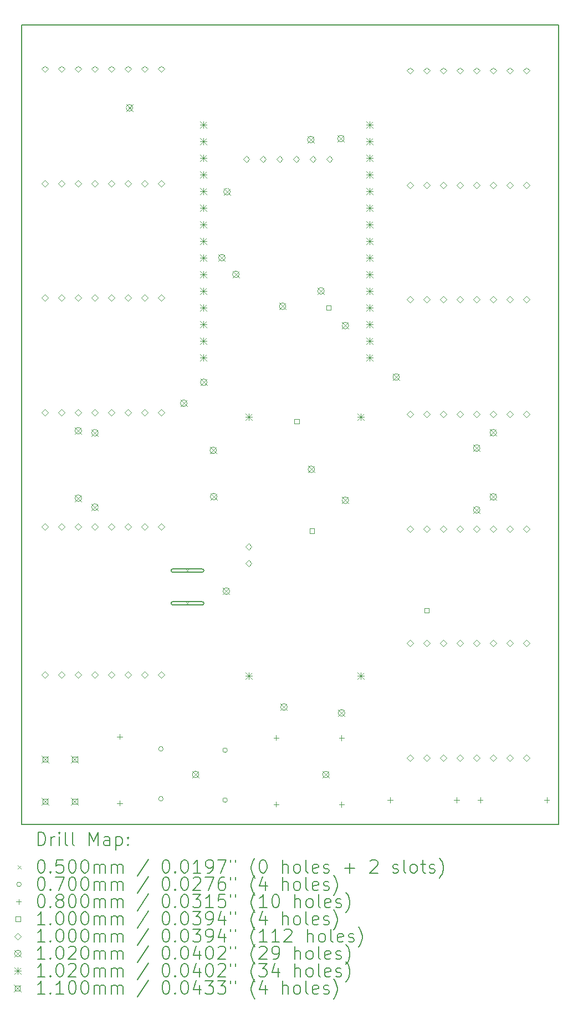
<source format=gbr>
%TF.GenerationSoftware,KiCad,Pcbnew,(6.0.10)*%
%TF.CreationDate,2023-10-14T21:32:39-03:00*%
%TF.ProjectId,FirstBoard,46697273-7442-46f6-9172-642e6b696361,rev?*%
%TF.SameCoordinates,Original*%
%TF.FileFunction,Drillmap*%
%TF.FilePolarity,Positive*%
%FSLAX45Y45*%
G04 Gerber Fmt 4.5, Leading zero omitted, Abs format (unit mm)*
G04 Created by KiCad (PCBNEW (6.0.10)) date 2023-10-14 21:32:39*
%MOMM*%
%LPD*%
G01*
G04 APERTURE LIST*
%ADD10C,0.200000*%
%ADD11C,0.050000*%
%ADD12C,0.070000*%
%ADD13C,0.080000*%
%ADD14C,0.100000*%
%ADD15C,0.102000*%
%ADD16C,0.110000*%
G04 APERTURE END LIST*
D10*
X12318313Y-6039262D02*
X4118000Y-6039262D01*
X4118000Y-6039262D02*
X4118000Y-18250000D01*
X4118000Y-18250000D02*
X12318313Y-18250000D01*
X12318313Y-18250000D02*
X12318313Y-6039262D01*
D11*
X6623000Y-14348300D02*
X6673000Y-14398300D01*
X6673000Y-14348300D02*
X6623000Y-14398300D01*
D10*
X6423000Y-14398300D02*
X6873000Y-14398300D01*
X6423000Y-14348300D02*
X6873000Y-14348300D01*
X6873000Y-14398300D02*
G75*
G03*
X6873000Y-14348300I0J25000D01*
G01*
X6423000Y-14348300D02*
G75*
G03*
X6423000Y-14398300I0J-25000D01*
G01*
D11*
X6623000Y-14848000D02*
X6673000Y-14898000D01*
X6673000Y-14848000D02*
X6623000Y-14898000D01*
D10*
X6423000Y-14898000D02*
X6873000Y-14898000D01*
X6423000Y-14848000D02*
X6873000Y-14848000D01*
X6873000Y-14898000D02*
G75*
G03*
X6873000Y-14848000I0J25000D01*
G01*
X6423000Y-14848000D02*
G75*
G03*
X6423000Y-14898000I0J-25000D01*
G01*
D12*
X6277000Y-17095000D02*
G75*
G03*
X6277000Y-17095000I-35000J0D01*
G01*
X6277000Y-17857000D02*
G75*
G03*
X6277000Y-17857000I-35000J0D01*
G01*
X7257000Y-17115000D02*
G75*
G03*
X7257000Y-17115000I-35000J0D01*
G01*
X7257000Y-17877000D02*
G75*
G03*
X7257000Y-17877000I-35000J0D01*
G01*
D13*
X5612000Y-16868000D02*
X5612000Y-16948000D01*
X5572000Y-16908000D02*
X5652000Y-16908000D01*
X5612000Y-17884000D02*
X5612000Y-17964000D01*
X5572000Y-17924000D02*
X5652000Y-17924000D01*
X8004000Y-16886000D02*
X8004000Y-16966000D01*
X7964000Y-16926000D02*
X8044000Y-16926000D01*
X8004000Y-17902000D02*
X8004000Y-17982000D01*
X7964000Y-17942000D02*
X8044000Y-17942000D01*
X9002000Y-16888000D02*
X9002000Y-16968000D01*
X8962000Y-16928000D02*
X9042000Y-16928000D01*
X9002000Y-17904000D02*
X9002000Y-17984000D01*
X8962000Y-17944000D02*
X9042000Y-17944000D01*
X9744000Y-17836000D02*
X9744000Y-17916000D01*
X9704000Y-17876000D02*
X9784000Y-17876000D01*
X10760000Y-17836000D02*
X10760000Y-17916000D01*
X10720000Y-17876000D02*
X10800000Y-17876000D01*
X11122000Y-17836000D02*
X11122000Y-17916000D01*
X11082000Y-17876000D02*
X11162000Y-17876000D01*
X12138000Y-17836000D02*
X12138000Y-17916000D01*
X12098000Y-17876000D02*
X12178000Y-17876000D01*
D14*
X8353739Y-12127739D02*
X8353739Y-12057028D01*
X8283028Y-12057028D01*
X8283028Y-12127739D01*
X8353739Y-12127739D01*
X8588356Y-13802356D02*
X8588356Y-13731644D01*
X8517644Y-13731644D01*
X8517644Y-13802356D01*
X8588356Y-13802356D01*
X8842356Y-10391913D02*
X8842356Y-10321201D01*
X8771644Y-10321201D01*
X8771644Y-10391913D01*
X8842356Y-10391913D01*
X10336575Y-15015137D02*
X10336575Y-14944425D01*
X10265863Y-14944425D01*
X10265863Y-15015137D01*
X10336575Y-15015137D01*
X4472500Y-6763000D02*
X4522500Y-6713000D01*
X4472500Y-6663000D01*
X4422500Y-6713000D01*
X4472500Y-6763000D01*
X4472500Y-8511000D02*
X4522500Y-8461000D01*
X4472500Y-8411000D01*
X4422500Y-8461000D01*
X4472500Y-8511000D01*
X4472500Y-10259000D02*
X4522500Y-10209000D01*
X4472500Y-10159000D01*
X4422500Y-10209000D01*
X4472500Y-10259000D01*
X4472500Y-12007000D02*
X4522500Y-11957000D01*
X4472500Y-11907000D01*
X4422500Y-11957000D01*
X4472500Y-12007000D01*
X4472500Y-13755000D02*
X4522500Y-13705000D01*
X4472500Y-13655000D01*
X4422500Y-13705000D01*
X4472500Y-13755000D01*
X4472500Y-16016000D02*
X4522500Y-15966000D01*
X4472500Y-15916000D01*
X4422500Y-15966000D01*
X4472500Y-16016000D01*
X4726500Y-6763000D02*
X4776500Y-6713000D01*
X4726500Y-6663000D01*
X4676500Y-6713000D01*
X4726500Y-6763000D01*
X4726500Y-8511000D02*
X4776500Y-8461000D01*
X4726500Y-8411000D01*
X4676500Y-8461000D01*
X4726500Y-8511000D01*
X4726500Y-10259000D02*
X4776500Y-10209000D01*
X4726500Y-10159000D01*
X4676500Y-10209000D01*
X4726500Y-10259000D01*
X4726500Y-12007000D02*
X4776500Y-11957000D01*
X4726500Y-11907000D01*
X4676500Y-11957000D01*
X4726500Y-12007000D01*
X4726500Y-13755000D02*
X4776500Y-13705000D01*
X4726500Y-13655000D01*
X4676500Y-13705000D01*
X4726500Y-13755000D01*
X4726500Y-16016000D02*
X4776500Y-15966000D01*
X4726500Y-15916000D01*
X4676500Y-15966000D01*
X4726500Y-16016000D01*
X4980500Y-6763000D02*
X5030500Y-6713000D01*
X4980500Y-6663000D01*
X4930500Y-6713000D01*
X4980500Y-6763000D01*
X4980500Y-8511000D02*
X5030500Y-8461000D01*
X4980500Y-8411000D01*
X4930500Y-8461000D01*
X4980500Y-8511000D01*
X4980500Y-10259000D02*
X5030500Y-10209000D01*
X4980500Y-10159000D01*
X4930500Y-10209000D01*
X4980500Y-10259000D01*
X4980500Y-12007000D02*
X5030500Y-11957000D01*
X4980500Y-11907000D01*
X4930500Y-11957000D01*
X4980500Y-12007000D01*
X4980500Y-13755000D02*
X5030500Y-13705000D01*
X4980500Y-13655000D01*
X4930500Y-13705000D01*
X4980500Y-13755000D01*
X4980500Y-16016000D02*
X5030500Y-15966000D01*
X4980500Y-15916000D01*
X4930500Y-15966000D01*
X4980500Y-16016000D01*
X5234500Y-6763000D02*
X5284500Y-6713000D01*
X5234500Y-6663000D01*
X5184500Y-6713000D01*
X5234500Y-6763000D01*
X5234500Y-8511000D02*
X5284500Y-8461000D01*
X5234500Y-8411000D01*
X5184500Y-8461000D01*
X5234500Y-8511000D01*
X5234500Y-10259000D02*
X5284500Y-10209000D01*
X5234500Y-10159000D01*
X5184500Y-10209000D01*
X5234500Y-10259000D01*
X5234500Y-12007000D02*
X5284500Y-11957000D01*
X5234500Y-11907000D01*
X5184500Y-11957000D01*
X5234500Y-12007000D01*
X5234500Y-13755000D02*
X5284500Y-13705000D01*
X5234500Y-13655000D01*
X5184500Y-13705000D01*
X5234500Y-13755000D01*
X5234500Y-16016000D02*
X5284500Y-15966000D01*
X5234500Y-15916000D01*
X5184500Y-15966000D01*
X5234500Y-16016000D01*
X5488500Y-6763000D02*
X5538500Y-6713000D01*
X5488500Y-6663000D01*
X5438500Y-6713000D01*
X5488500Y-6763000D01*
X5488500Y-8511000D02*
X5538500Y-8461000D01*
X5488500Y-8411000D01*
X5438500Y-8461000D01*
X5488500Y-8511000D01*
X5488500Y-10259000D02*
X5538500Y-10209000D01*
X5488500Y-10159000D01*
X5438500Y-10209000D01*
X5488500Y-10259000D01*
X5488500Y-12007000D02*
X5538500Y-11957000D01*
X5488500Y-11907000D01*
X5438500Y-11957000D01*
X5488500Y-12007000D01*
X5488500Y-13755000D02*
X5538500Y-13705000D01*
X5488500Y-13655000D01*
X5438500Y-13705000D01*
X5488500Y-13755000D01*
X5488500Y-16016000D02*
X5538500Y-15966000D01*
X5488500Y-15916000D01*
X5438500Y-15966000D01*
X5488500Y-16016000D01*
X5742500Y-6763000D02*
X5792500Y-6713000D01*
X5742500Y-6663000D01*
X5692500Y-6713000D01*
X5742500Y-6763000D01*
X5742500Y-8511000D02*
X5792500Y-8461000D01*
X5742500Y-8411000D01*
X5692500Y-8461000D01*
X5742500Y-8511000D01*
X5742500Y-10259000D02*
X5792500Y-10209000D01*
X5742500Y-10159000D01*
X5692500Y-10209000D01*
X5742500Y-10259000D01*
X5742500Y-12007000D02*
X5792500Y-11957000D01*
X5742500Y-11907000D01*
X5692500Y-11957000D01*
X5742500Y-12007000D01*
X5742500Y-13755000D02*
X5792500Y-13705000D01*
X5742500Y-13655000D01*
X5692500Y-13705000D01*
X5742500Y-13755000D01*
X5742500Y-16016000D02*
X5792500Y-15966000D01*
X5742500Y-15916000D01*
X5692500Y-15966000D01*
X5742500Y-16016000D01*
X5996500Y-6763000D02*
X6046500Y-6713000D01*
X5996500Y-6663000D01*
X5946500Y-6713000D01*
X5996500Y-6763000D01*
X5996500Y-8511000D02*
X6046500Y-8461000D01*
X5996500Y-8411000D01*
X5946500Y-8461000D01*
X5996500Y-8511000D01*
X5996500Y-10259000D02*
X6046500Y-10209000D01*
X5996500Y-10159000D01*
X5946500Y-10209000D01*
X5996500Y-10259000D01*
X5996500Y-12007000D02*
X6046500Y-11957000D01*
X5996500Y-11907000D01*
X5946500Y-11957000D01*
X5996500Y-12007000D01*
X5996500Y-13755000D02*
X6046500Y-13705000D01*
X5996500Y-13655000D01*
X5946500Y-13705000D01*
X5996500Y-13755000D01*
X5996500Y-16016000D02*
X6046500Y-15966000D01*
X5996500Y-15916000D01*
X5946500Y-15966000D01*
X5996500Y-16016000D01*
X6250500Y-6763000D02*
X6300500Y-6713000D01*
X6250500Y-6663000D01*
X6200500Y-6713000D01*
X6250500Y-6763000D01*
X6250500Y-8511000D02*
X6300500Y-8461000D01*
X6250500Y-8411000D01*
X6200500Y-8461000D01*
X6250500Y-8511000D01*
X6250500Y-10259000D02*
X6300500Y-10209000D01*
X6250500Y-10159000D01*
X6200500Y-10209000D01*
X6250500Y-10259000D01*
X6250500Y-12007000D02*
X6300500Y-11957000D01*
X6250500Y-11907000D01*
X6200500Y-11957000D01*
X6250500Y-12007000D01*
X6250500Y-13755000D02*
X6300500Y-13705000D01*
X6250500Y-13655000D01*
X6200500Y-13705000D01*
X6250500Y-13755000D01*
X6250500Y-16016000D02*
X6300500Y-15966000D01*
X6250500Y-15916000D01*
X6200500Y-15966000D01*
X6250500Y-16016000D01*
X7547822Y-8141053D02*
X7597822Y-8091053D01*
X7547822Y-8041053D01*
X7497822Y-8091053D01*
X7547822Y-8141053D01*
X7582000Y-14058500D02*
X7632000Y-14008500D01*
X7582000Y-13958500D01*
X7532000Y-14008500D01*
X7582000Y-14058500D01*
X7582000Y-14312500D02*
X7632000Y-14262500D01*
X7582000Y-14212500D01*
X7532000Y-14262500D01*
X7582000Y-14312500D01*
X7801822Y-8141053D02*
X7851822Y-8091053D01*
X7801822Y-8041053D01*
X7751822Y-8091053D01*
X7801822Y-8141053D01*
X8055822Y-8141053D02*
X8105822Y-8091053D01*
X8055822Y-8041053D01*
X8005822Y-8091053D01*
X8055822Y-8141053D01*
X8309822Y-8141053D02*
X8359822Y-8091053D01*
X8309822Y-8041053D01*
X8259822Y-8091053D01*
X8309822Y-8141053D01*
X8563822Y-8141053D02*
X8613822Y-8091053D01*
X8563822Y-8041053D01*
X8513822Y-8091053D01*
X8563822Y-8141053D01*
X8817822Y-8141053D02*
X8867822Y-8091053D01*
X8817822Y-8041053D01*
X8767822Y-8091053D01*
X8817822Y-8141053D01*
X10051000Y-6788000D02*
X10101000Y-6738000D01*
X10051000Y-6688000D01*
X10001000Y-6738000D01*
X10051000Y-6788000D01*
X10051000Y-8534000D02*
X10101000Y-8484000D01*
X10051000Y-8434000D01*
X10001000Y-8484000D01*
X10051000Y-8534000D01*
X10051000Y-10284000D02*
X10101000Y-10234000D01*
X10051000Y-10184000D01*
X10001000Y-10234000D01*
X10051000Y-10284000D01*
X10051000Y-12034000D02*
X10101000Y-11984000D01*
X10051000Y-11934000D01*
X10001000Y-11984000D01*
X10051000Y-12034000D01*
X10051000Y-13784000D02*
X10101000Y-13734000D01*
X10051000Y-13684000D01*
X10001000Y-13734000D01*
X10051000Y-13784000D01*
X10051000Y-15532000D02*
X10101000Y-15482000D01*
X10051000Y-15432000D01*
X10001000Y-15482000D01*
X10051000Y-15532000D01*
X10051000Y-17280000D02*
X10101000Y-17230000D01*
X10051000Y-17180000D01*
X10001000Y-17230000D01*
X10051000Y-17280000D01*
X10305000Y-6788000D02*
X10355000Y-6738000D01*
X10305000Y-6688000D01*
X10255000Y-6738000D01*
X10305000Y-6788000D01*
X10305000Y-8534000D02*
X10355000Y-8484000D01*
X10305000Y-8434000D01*
X10255000Y-8484000D01*
X10305000Y-8534000D01*
X10305000Y-10284000D02*
X10355000Y-10234000D01*
X10305000Y-10184000D01*
X10255000Y-10234000D01*
X10305000Y-10284000D01*
X10305000Y-12034000D02*
X10355000Y-11984000D01*
X10305000Y-11934000D01*
X10255000Y-11984000D01*
X10305000Y-12034000D01*
X10305000Y-13784000D02*
X10355000Y-13734000D01*
X10305000Y-13684000D01*
X10255000Y-13734000D01*
X10305000Y-13784000D01*
X10305000Y-15532000D02*
X10355000Y-15482000D01*
X10305000Y-15432000D01*
X10255000Y-15482000D01*
X10305000Y-15532000D01*
X10305000Y-17280000D02*
X10355000Y-17230000D01*
X10305000Y-17180000D01*
X10255000Y-17230000D01*
X10305000Y-17280000D01*
X10559000Y-6788000D02*
X10609000Y-6738000D01*
X10559000Y-6688000D01*
X10509000Y-6738000D01*
X10559000Y-6788000D01*
X10559000Y-8534000D02*
X10609000Y-8484000D01*
X10559000Y-8434000D01*
X10509000Y-8484000D01*
X10559000Y-8534000D01*
X10559000Y-10284000D02*
X10609000Y-10234000D01*
X10559000Y-10184000D01*
X10509000Y-10234000D01*
X10559000Y-10284000D01*
X10559000Y-12034000D02*
X10609000Y-11984000D01*
X10559000Y-11934000D01*
X10509000Y-11984000D01*
X10559000Y-12034000D01*
X10559000Y-13784000D02*
X10609000Y-13734000D01*
X10559000Y-13684000D01*
X10509000Y-13734000D01*
X10559000Y-13784000D01*
X10559000Y-15532000D02*
X10609000Y-15482000D01*
X10559000Y-15432000D01*
X10509000Y-15482000D01*
X10559000Y-15532000D01*
X10559000Y-17280000D02*
X10609000Y-17230000D01*
X10559000Y-17180000D01*
X10509000Y-17230000D01*
X10559000Y-17280000D01*
X10813000Y-6788000D02*
X10863000Y-6738000D01*
X10813000Y-6688000D01*
X10763000Y-6738000D01*
X10813000Y-6788000D01*
X10813000Y-8534000D02*
X10863000Y-8484000D01*
X10813000Y-8434000D01*
X10763000Y-8484000D01*
X10813000Y-8534000D01*
X10813000Y-10284000D02*
X10863000Y-10234000D01*
X10813000Y-10184000D01*
X10763000Y-10234000D01*
X10813000Y-10284000D01*
X10813000Y-12034000D02*
X10863000Y-11984000D01*
X10813000Y-11934000D01*
X10763000Y-11984000D01*
X10813000Y-12034000D01*
X10813000Y-13784000D02*
X10863000Y-13734000D01*
X10813000Y-13684000D01*
X10763000Y-13734000D01*
X10813000Y-13784000D01*
X10813000Y-15532000D02*
X10863000Y-15482000D01*
X10813000Y-15432000D01*
X10763000Y-15482000D01*
X10813000Y-15532000D01*
X10813000Y-17280000D02*
X10863000Y-17230000D01*
X10813000Y-17180000D01*
X10763000Y-17230000D01*
X10813000Y-17280000D01*
X11067000Y-6788000D02*
X11117000Y-6738000D01*
X11067000Y-6688000D01*
X11017000Y-6738000D01*
X11067000Y-6788000D01*
X11067000Y-8534000D02*
X11117000Y-8484000D01*
X11067000Y-8434000D01*
X11017000Y-8484000D01*
X11067000Y-8534000D01*
X11067000Y-10284000D02*
X11117000Y-10234000D01*
X11067000Y-10184000D01*
X11017000Y-10234000D01*
X11067000Y-10284000D01*
X11067000Y-12034000D02*
X11117000Y-11984000D01*
X11067000Y-11934000D01*
X11017000Y-11984000D01*
X11067000Y-12034000D01*
X11067000Y-13784000D02*
X11117000Y-13734000D01*
X11067000Y-13684000D01*
X11017000Y-13734000D01*
X11067000Y-13784000D01*
X11067000Y-15532000D02*
X11117000Y-15482000D01*
X11067000Y-15432000D01*
X11017000Y-15482000D01*
X11067000Y-15532000D01*
X11067000Y-17280000D02*
X11117000Y-17230000D01*
X11067000Y-17180000D01*
X11017000Y-17230000D01*
X11067000Y-17280000D01*
X11321000Y-6788000D02*
X11371000Y-6738000D01*
X11321000Y-6688000D01*
X11271000Y-6738000D01*
X11321000Y-6788000D01*
X11321000Y-8534000D02*
X11371000Y-8484000D01*
X11321000Y-8434000D01*
X11271000Y-8484000D01*
X11321000Y-8534000D01*
X11321000Y-10284000D02*
X11371000Y-10234000D01*
X11321000Y-10184000D01*
X11271000Y-10234000D01*
X11321000Y-10284000D01*
X11321000Y-12034000D02*
X11371000Y-11984000D01*
X11321000Y-11934000D01*
X11271000Y-11984000D01*
X11321000Y-12034000D01*
X11321000Y-13784000D02*
X11371000Y-13734000D01*
X11321000Y-13684000D01*
X11271000Y-13734000D01*
X11321000Y-13784000D01*
X11321000Y-15532000D02*
X11371000Y-15482000D01*
X11321000Y-15432000D01*
X11271000Y-15482000D01*
X11321000Y-15532000D01*
X11321000Y-17280000D02*
X11371000Y-17230000D01*
X11321000Y-17180000D01*
X11271000Y-17230000D01*
X11321000Y-17280000D01*
X11575000Y-6788000D02*
X11625000Y-6738000D01*
X11575000Y-6688000D01*
X11525000Y-6738000D01*
X11575000Y-6788000D01*
X11575000Y-8534000D02*
X11625000Y-8484000D01*
X11575000Y-8434000D01*
X11525000Y-8484000D01*
X11575000Y-8534000D01*
X11575000Y-10284000D02*
X11625000Y-10234000D01*
X11575000Y-10184000D01*
X11525000Y-10234000D01*
X11575000Y-10284000D01*
X11575000Y-12034000D02*
X11625000Y-11984000D01*
X11575000Y-11934000D01*
X11525000Y-11984000D01*
X11575000Y-12034000D01*
X11575000Y-13784000D02*
X11625000Y-13734000D01*
X11575000Y-13684000D01*
X11525000Y-13734000D01*
X11575000Y-13784000D01*
X11575000Y-15532000D02*
X11625000Y-15482000D01*
X11575000Y-15432000D01*
X11525000Y-15482000D01*
X11575000Y-15532000D01*
X11575000Y-17280000D02*
X11625000Y-17230000D01*
X11575000Y-17180000D01*
X11525000Y-17230000D01*
X11575000Y-17280000D01*
X11829000Y-6788000D02*
X11879000Y-6738000D01*
X11829000Y-6688000D01*
X11779000Y-6738000D01*
X11829000Y-6788000D01*
X11829000Y-8534000D02*
X11879000Y-8484000D01*
X11829000Y-8434000D01*
X11779000Y-8484000D01*
X11829000Y-8534000D01*
X11829000Y-10284000D02*
X11879000Y-10234000D01*
X11829000Y-10184000D01*
X11779000Y-10234000D01*
X11829000Y-10284000D01*
X11829000Y-12034000D02*
X11879000Y-11984000D01*
X11829000Y-11934000D01*
X11779000Y-11984000D01*
X11829000Y-12034000D01*
X11829000Y-13784000D02*
X11879000Y-13734000D01*
X11829000Y-13684000D01*
X11779000Y-13734000D01*
X11829000Y-13784000D01*
X11829000Y-15532000D02*
X11879000Y-15482000D01*
X11829000Y-15432000D01*
X11779000Y-15482000D01*
X11829000Y-15532000D01*
X11829000Y-17280000D02*
X11879000Y-17230000D01*
X11829000Y-17180000D01*
X11779000Y-17230000D01*
X11829000Y-17280000D01*
D15*
X4929500Y-12186500D02*
X5031500Y-12288500D01*
X5031500Y-12186500D02*
X4929500Y-12288500D01*
X5031500Y-12237500D02*
G75*
G03*
X5031500Y-12237500I-51000J0D01*
G01*
X4929500Y-13216500D02*
X5031500Y-13318500D01*
X5031500Y-13216500D02*
X4929500Y-13318500D01*
X5031500Y-13267500D02*
G75*
G03*
X5031500Y-13267500I-51000J0D01*
G01*
X5183500Y-12217500D02*
X5285500Y-12319500D01*
X5285500Y-12217500D02*
X5183500Y-12319500D01*
X5285500Y-12268500D02*
G75*
G03*
X5285500Y-12268500I-51000J0D01*
G01*
X5183500Y-13352500D02*
X5285500Y-13454500D01*
X5285500Y-13352500D02*
X5183500Y-13454500D01*
X5285500Y-13403500D02*
G75*
G03*
X5285500Y-13403500I-51000J0D01*
G01*
X5711000Y-7255000D02*
X5813000Y-7357000D01*
X5813000Y-7255000D02*
X5711000Y-7357000D01*
X5813000Y-7306000D02*
G75*
G03*
X5813000Y-7306000I-51000J0D01*
G01*
X6541000Y-11765000D02*
X6643000Y-11867000D01*
X6643000Y-11765000D02*
X6541000Y-11867000D01*
X6643000Y-11816000D02*
G75*
G03*
X6643000Y-11816000I-51000J0D01*
G01*
X6721000Y-17435000D02*
X6823000Y-17537000D01*
X6823000Y-17435000D02*
X6721000Y-17537000D01*
X6823000Y-17486000D02*
G75*
G03*
X6823000Y-17486000I-51000J0D01*
G01*
X6846000Y-11445000D02*
X6948000Y-11547000D01*
X6948000Y-11445000D02*
X6846000Y-11547000D01*
X6948000Y-11496000D02*
G75*
G03*
X6948000Y-11496000I-51000J0D01*
G01*
X6991000Y-12485000D02*
X7093000Y-12587000D01*
X7093000Y-12485000D02*
X6991000Y-12587000D01*
X7093000Y-12536000D02*
G75*
G03*
X7093000Y-12536000I-51000J0D01*
G01*
X6998000Y-13192000D02*
X7100000Y-13294000D01*
X7100000Y-13192000D02*
X6998000Y-13294000D01*
X7100000Y-13243000D02*
G75*
G03*
X7100000Y-13243000I-51000J0D01*
G01*
X7122728Y-9543020D02*
X7224728Y-9645020D01*
X7224728Y-9543020D02*
X7122728Y-9645020D01*
X7224728Y-9594020D02*
G75*
G03*
X7224728Y-9594020I-51000J0D01*
G01*
X7191000Y-14635000D02*
X7293000Y-14737000D01*
X7293000Y-14635000D02*
X7191000Y-14737000D01*
X7293000Y-14686000D02*
G75*
G03*
X7293000Y-14686000I-51000J0D01*
G01*
X7201000Y-8535000D02*
X7303000Y-8637000D01*
X7303000Y-8535000D02*
X7201000Y-8637000D01*
X7303000Y-8586000D02*
G75*
G03*
X7303000Y-8586000I-51000J0D01*
G01*
X7337020Y-9797020D02*
X7439020Y-9899020D01*
X7439020Y-9797020D02*
X7337020Y-9899020D01*
X7439020Y-9848020D02*
G75*
G03*
X7439020Y-9848020I-51000J0D01*
G01*
X8051000Y-10285000D02*
X8153000Y-10387000D01*
X8153000Y-10285000D02*
X8051000Y-10387000D01*
X8153000Y-10336000D02*
G75*
G03*
X8153000Y-10336000I-51000J0D01*
G01*
X8071000Y-16405000D02*
X8173000Y-16507000D01*
X8173000Y-16405000D02*
X8071000Y-16507000D01*
X8173000Y-16456000D02*
G75*
G03*
X8173000Y-16456000I-51000J0D01*
G01*
X8481000Y-7740000D02*
X8583000Y-7842000D01*
X8583000Y-7740000D02*
X8481000Y-7842000D01*
X8583000Y-7791000D02*
G75*
G03*
X8583000Y-7791000I-51000J0D01*
G01*
X8491000Y-12775000D02*
X8593000Y-12877000D01*
X8593000Y-12775000D02*
X8491000Y-12877000D01*
X8593000Y-12826000D02*
G75*
G03*
X8593000Y-12826000I-51000J0D01*
G01*
X8637020Y-10051020D02*
X8739020Y-10153020D01*
X8739020Y-10051020D02*
X8637020Y-10153020D01*
X8739020Y-10102020D02*
G75*
G03*
X8739020Y-10102020I-51000J0D01*
G01*
X8711000Y-17435000D02*
X8813000Y-17537000D01*
X8813000Y-17435000D02*
X8711000Y-17537000D01*
X8813000Y-17486000D02*
G75*
G03*
X8813000Y-17486000I-51000J0D01*
G01*
X8941000Y-7725000D02*
X9043000Y-7827000D01*
X9043000Y-7725000D02*
X8941000Y-7827000D01*
X9043000Y-7776000D02*
G75*
G03*
X9043000Y-7776000I-51000J0D01*
G01*
X8951000Y-16495000D02*
X9053000Y-16597000D01*
X9053000Y-16495000D02*
X8951000Y-16597000D01*
X9053000Y-16546000D02*
G75*
G03*
X9053000Y-16546000I-51000J0D01*
G01*
X9010000Y-10581000D02*
X9112000Y-10683000D01*
X9112000Y-10581000D02*
X9010000Y-10683000D01*
X9112000Y-10632000D02*
G75*
G03*
X9112000Y-10632000I-51000J0D01*
G01*
X9010000Y-13248000D02*
X9112000Y-13350000D01*
X9112000Y-13248000D02*
X9010000Y-13350000D01*
X9112000Y-13299000D02*
G75*
G03*
X9112000Y-13299000I-51000J0D01*
G01*
X9786000Y-11365000D02*
X9888000Y-11467000D01*
X9888000Y-11365000D02*
X9786000Y-11467000D01*
X9888000Y-11416000D02*
G75*
G03*
X9888000Y-11416000I-51000J0D01*
G01*
X11016000Y-12450000D02*
X11118000Y-12552000D01*
X11118000Y-12450000D02*
X11016000Y-12552000D01*
X11118000Y-12501000D02*
G75*
G03*
X11118000Y-12501000I-51000J0D01*
G01*
X11016000Y-13395000D02*
X11118000Y-13497000D01*
X11118000Y-13395000D02*
X11016000Y-13497000D01*
X11118000Y-13446000D02*
G75*
G03*
X11118000Y-13446000I-51000J0D01*
G01*
X11270000Y-12216000D02*
X11372000Y-12318000D01*
X11372000Y-12216000D02*
X11270000Y-12318000D01*
X11372000Y-12267000D02*
G75*
G03*
X11372000Y-12267000I-51000J0D01*
G01*
X11270000Y-13196000D02*
X11372000Y-13298000D01*
X11372000Y-13196000D02*
X11270000Y-13298000D01*
X11372000Y-13247000D02*
G75*
G03*
X11372000Y-13247000I-51000J0D01*
G01*
X6837480Y-7511020D02*
X6939480Y-7613020D01*
X6939480Y-7511020D02*
X6837480Y-7613020D01*
X6888480Y-7511020D02*
X6888480Y-7613020D01*
X6837480Y-7562020D02*
X6939480Y-7562020D01*
X6837480Y-7765020D02*
X6939480Y-7867020D01*
X6939480Y-7765020D02*
X6837480Y-7867020D01*
X6888480Y-7765020D02*
X6888480Y-7867020D01*
X6837480Y-7816020D02*
X6939480Y-7816020D01*
X6837480Y-8019020D02*
X6939480Y-8121020D01*
X6939480Y-8019020D02*
X6837480Y-8121020D01*
X6888480Y-8019020D02*
X6888480Y-8121020D01*
X6837480Y-8070020D02*
X6939480Y-8070020D01*
X6837480Y-8273020D02*
X6939480Y-8375020D01*
X6939480Y-8273020D02*
X6837480Y-8375020D01*
X6888480Y-8273020D02*
X6888480Y-8375020D01*
X6837480Y-8324020D02*
X6939480Y-8324020D01*
X6837480Y-8527020D02*
X6939480Y-8629020D01*
X6939480Y-8527020D02*
X6837480Y-8629020D01*
X6888480Y-8527020D02*
X6888480Y-8629020D01*
X6837480Y-8578020D02*
X6939480Y-8578020D01*
X6837480Y-8781020D02*
X6939480Y-8883020D01*
X6939480Y-8781020D02*
X6837480Y-8883020D01*
X6888480Y-8781020D02*
X6888480Y-8883020D01*
X6837480Y-8832020D02*
X6939480Y-8832020D01*
X6837480Y-9035020D02*
X6939480Y-9137020D01*
X6939480Y-9035020D02*
X6837480Y-9137020D01*
X6888480Y-9035020D02*
X6888480Y-9137020D01*
X6837480Y-9086020D02*
X6939480Y-9086020D01*
X6837480Y-9289020D02*
X6939480Y-9391020D01*
X6939480Y-9289020D02*
X6837480Y-9391020D01*
X6888480Y-9289020D02*
X6888480Y-9391020D01*
X6837480Y-9340020D02*
X6939480Y-9340020D01*
X6837480Y-9543020D02*
X6939480Y-9645020D01*
X6939480Y-9543020D02*
X6837480Y-9645020D01*
X6888480Y-9543020D02*
X6888480Y-9645020D01*
X6837480Y-9594020D02*
X6939480Y-9594020D01*
X6837480Y-9797020D02*
X6939480Y-9899020D01*
X6939480Y-9797020D02*
X6837480Y-9899020D01*
X6888480Y-9797020D02*
X6888480Y-9899020D01*
X6837480Y-9848020D02*
X6939480Y-9848020D01*
X6837480Y-10051020D02*
X6939480Y-10153020D01*
X6939480Y-10051020D02*
X6837480Y-10153020D01*
X6888480Y-10051020D02*
X6888480Y-10153020D01*
X6837480Y-10102020D02*
X6939480Y-10102020D01*
X6837480Y-10305020D02*
X6939480Y-10407020D01*
X6939480Y-10305020D02*
X6837480Y-10407020D01*
X6888480Y-10305020D02*
X6888480Y-10407020D01*
X6837480Y-10356020D02*
X6939480Y-10356020D01*
X6837480Y-10559020D02*
X6939480Y-10661020D01*
X6939480Y-10559020D02*
X6837480Y-10661020D01*
X6888480Y-10559020D02*
X6888480Y-10661020D01*
X6837480Y-10610020D02*
X6939480Y-10610020D01*
X6837480Y-10813020D02*
X6939480Y-10915020D01*
X6939480Y-10813020D02*
X6837480Y-10915020D01*
X6888480Y-10813020D02*
X6888480Y-10915020D01*
X6837480Y-10864020D02*
X6939480Y-10864020D01*
X6837480Y-11067020D02*
X6939480Y-11169020D01*
X6939480Y-11067020D02*
X6837480Y-11169020D01*
X6888480Y-11067020D02*
X6888480Y-11169020D01*
X6837480Y-11118020D02*
X6939480Y-11118020D01*
X7533054Y-11979106D02*
X7635054Y-12081106D01*
X7635054Y-11979106D02*
X7533054Y-12081106D01*
X7584054Y-11979106D02*
X7584054Y-12081106D01*
X7533054Y-12030106D02*
X7635054Y-12030106D01*
X7533054Y-15928806D02*
X7635054Y-16030806D01*
X7635054Y-15928806D02*
X7533054Y-16030806D01*
X7584054Y-15928806D02*
X7584054Y-16030806D01*
X7533054Y-15979806D02*
X7635054Y-15979806D01*
X9247554Y-11979106D02*
X9349554Y-12081106D01*
X9349554Y-11979106D02*
X9247554Y-12081106D01*
X9298554Y-11979106D02*
X9298554Y-12081106D01*
X9247554Y-12030106D02*
X9349554Y-12030106D01*
X9247554Y-15928806D02*
X9349554Y-16030806D01*
X9349554Y-15928806D02*
X9247554Y-16030806D01*
X9298554Y-15928806D02*
X9298554Y-16030806D01*
X9247554Y-15979806D02*
X9349554Y-15979806D01*
X9377480Y-7511020D02*
X9479480Y-7613020D01*
X9479480Y-7511020D02*
X9377480Y-7613020D01*
X9428480Y-7511020D02*
X9428480Y-7613020D01*
X9377480Y-7562020D02*
X9479480Y-7562020D01*
X9377480Y-7765020D02*
X9479480Y-7867020D01*
X9479480Y-7765020D02*
X9377480Y-7867020D01*
X9428480Y-7765020D02*
X9428480Y-7867020D01*
X9377480Y-7816020D02*
X9479480Y-7816020D01*
X9377480Y-8019020D02*
X9479480Y-8121020D01*
X9479480Y-8019020D02*
X9377480Y-8121020D01*
X9428480Y-8019020D02*
X9428480Y-8121020D01*
X9377480Y-8070020D02*
X9479480Y-8070020D01*
X9377480Y-8273020D02*
X9479480Y-8375020D01*
X9479480Y-8273020D02*
X9377480Y-8375020D01*
X9428480Y-8273020D02*
X9428480Y-8375020D01*
X9377480Y-8324020D02*
X9479480Y-8324020D01*
X9377480Y-8527020D02*
X9479480Y-8629020D01*
X9479480Y-8527020D02*
X9377480Y-8629020D01*
X9428480Y-8527020D02*
X9428480Y-8629020D01*
X9377480Y-8578020D02*
X9479480Y-8578020D01*
X9377480Y-8781020D02*
X9479480Y-8883020D01*
X9479480Y-8781020D02*
X9377480Y-8883020D01*
X9428480Y-8781020D02*
X9428480Y-8883020D01*
X9377480Y-8832020D02*
X9479480Y-8832020D01*
X9377480Y-9035020D02*
X9479480Y-9137020D01*
X9479480Y-9035020D02*
X9377480Y-9137020D01*
X9428480Y-9035020D02*
X9428480Y-9137020D01*
X9377480Y-9086020D02*
X9479480Y-9086020D01*
X9377480Y-9289020D02*
X9479480Y-9391020D01*
X9479480Y-9289020D02*
X9377480Y-9391020D01*
X9428480Y-9289020D02*
X9428480Y-9391020D01*
X9377480Y-9340020D02*
X9479480Y-9340020D01*
X9377480Y-9543020D02*
X9479480Y-9645020D01*
X9479480Y-9543020D02*
X9377480Y-9645020D01*
X9428480Y-9543020D02*
X9428480Y-9645020D01*
X9377480Y-9594020D02*
X9479480Y-9594020D01*
X9377480Y-9797020D02*
X9479480Y-9899020D01*
X9479480Y-9797020D02*
X9377480Y-9899020D01*
X9428480Y-9797020D02*
X9428480Y-9899020D01*
X9377480Y-9848020D02*
X9479480Y-9848020D01*
X9377480Y-10051020D02*
X9479480Y-10153020D01*
X9479480Y-10051020D02*
X9377480Y-10153020D01*
X9428480Y-10051020D02*
X9428480Y-10153020D01*
X9377480Y-10102020D02*
X9479480Y-10102020D01*
X9377480Y-10305020D02*
X9479480Y-10407020D01*
X9479480Y-10305020D02*
X9377480Y-10407020D01*
X9428480Y-10305020D02*
X9428480Y-10407020D01*
X9377480Y-10356020D02*
X9479480Y-10356020D01*
X9377480Y-10559020D02*
X9479480Y-10661020D01*
X9479480Y-10559020D02*
X9377480Y-10661020D01*
X9428480Y-10559020D02*
X9428480Y-10661020D01*
X9377480Y-10610020D02*
X9479480Y-10610020D01*
X9377480Y-10813020D02*
X9479480Y-10915020D01*
X9479480Y-10813020D02*
X9377480Y-10915020D01*
X9428480Y-10813020D02*
X9428480Y-10915020D01*
X9377480Y-10864020D02*
X9479480Y-10864020D01*
X9377480Y-11067020D02*
X9479480Y-11169020D01*
X9479480Y-11067020D02*
X9377480Y-11169020D01*
X9428480Y-11067020D02*
X9428480Y-11169020D01*
X9377480Y-11118020D02*
X9479480Y-11118020D01*
D16*
X4422000Y-17196000D02*
X4532000Y-17306000D01*
X4532000Y-17196000D02*
X4422000Y-17306000D01*
X4515891Y-17289891D02*
X4515891Y-17212109D01*
X4438109Y-17212109D01*
X4438109Y-17289891D01*
X4515891Y-17289891D01*
X4422000Y-17846000D02*
X4532000Y-17956000D01*
X4532000Y-17846000D02*
X4422000Y-17956000D01*
X4515891Y-17939891D02*
X4515891Y-17862109D01*
X4438109Y-17862109D01*
X4438109Y-17939891D01*
X4515891Y-17939891D01*
X4872000Y-17196000D02*
X4982000Y-17306000D01*
X4982000Y-17196000D02*
X4872000Y-17306000D01*
X4965891Y-17289891D02*
X4965891Y-17212109D01*
X4888109Y-17212109D01*
X4888109Y-17289891D01*
X4965891Y-17289891D01*
X4872000Y-17846000D02*
X4982000Y-17956000D01*
X4982000Y-17846000D02*
X4872000Y-17956000D01*
X4965891Y-17939891D02*
X4965891Y-17862109D01*
X4888109Y-17862109D01*
X4888109Y-17939891D01*
X4965891Y-17939891D01*
D10*
X4365619Y-18570476D02*
X4365619Y-18370476D01*
X4413238Y-18370476D01*
X4441810Y-18380000D01*
X4460857Y-18399048D01*
X4470381Y-18418095D01*
X4479905Y-18456190D01*
X4479905Y-18484762D01*
X4470381Y-18522857D01*
X4460857Y-18541905D01*
X4441810Y-18560952D01*
X4413238Y-18570476D01*
X4365619Y-18570476D01*
X4565619Y-18570476D02*
X4565619Y-18437143D01*
X4565619Y-18475238D02*
X4575143Y-18456190D01*
X4584667Y-18446667D01*
X4603714Y-18437143D01*
X4622762Y-18437143D01*
X4689429Y-18570476D02*
X4689429Y-18437143D01*
X4689429Y-18370476D02*
X4679905Y-18380000D01*
X4689429Y-18389524D01*
X4698952Y-18380000D01*
X4689429Y-18370476D01*
X4689429Y-18389524D01*
X4813238Y-18570476D02*
X4794190Y-18560952D01*
X4784667Y-18541905D01*
X4784667Y-18370476D01*
X4918000Y-18570476D02*
X4898952Y-18560952D01*
X4889429Y-18541905D01*
X4889429Y-18370476D01*
X5146571Y-18570476D02*
X5146571Y-18370476D01*
X5213238Y-18513333D01*
X5279905Y-18370476D01*
X5279905Y-18570476D01*
X5460857Y-18570476D02*
X5460857Y-18465714D01*
X5451333Y-18446667D01*
X5432286Y-18437143D01*
X5394190Y-18437143D01*
X5375143Y-18446667D01*
X5460857Y-18560952D02*
X5441810Y-18570476D01*
X5394190Y-18570476D01*
X5375143Y-18560952D01*
X5365619Y-18541905D01*
X5365619Y-18522857D01*
X5375143Y-18503810D01*
X5394190Y-18494286D01*
X5441810Y-18494286D01*
X5460857Y-18484762D01*
X5556095Y-18437143D02*
X5556095Y-18637143D01*
X5556095Y-18446667D02*
X5575143Y-18437143D01*
X5613238Y-18437143D01*
X5632286Y-18446667D01*
X5641809Y-18456190D01*
X5651333Y-18475238D01*
X5651333Y-18532381D01*
X5641809Y-18551429D01*
X5632286Y-18560952D01*
X5613238Y-18570476D01*
X5575143Y-18570476D01*
X5556095Y-18560952D01*
X5737048Y-18551429D02*
X5746571Y-18560952D01*
X5737048Y-18570476D01*
X5727524Y-18560952D01*
X5737048Y-18551429D01*
X5737048Y-18570476D01*
X5737048Y-18446667D02*
X5746571Y-18456190D01*
X5737048Y-18465714D01*
X5727524Y-18456190D01*
X5737048Y-18446667D01*
X5737048Y-18465714D01*
D11*
X4058000Y-18875000D02*
X4108000Y-18925000D01*
X4108000Y-18875000D02*
X4058000Y-18925000D01*
D10*
X4403714Y-18790476D02*
X4422762Y-18790476D01*
X4441810Y-18800000D01*
X4451333Y-18809524D01*
X4460857Y-18828571D01*
X4470381Y-18866667D01*
X4470381Y-18914286D01*
X4460857Y-18952381D01*
X4451333Y-18971429D01*
X4441810Y-18980952D01*
X4422762Y-18990476D01*
X4403714Y-18990476D01*
X4384667Y-18980952D01*
X4375143Y-18971429D01*
X4365619Y-18952381D01*
X4356095Y-18914286D01*
X4356095Y-18866667D01*
X4365619Y-18828571D01*
X4375143Y-18809524D01*
X4384667Y-18800000D01*
X4403714Y-18790476D01*
X4556095Y-18971429D02*
X4565619Y-18980952D01*
X4556095Y-18990476D01*
X4546571Y-18980952D01*
X4556095Y-18971429D01*
X4556095Y-18990476D01*
X4746571Y-18790476D02*
X4651333Y-18790476D01*
X4641810Y-18885714D01*
X4651333Y-18876190D01*
X4670381Y-18866667D01*
X4718000Y-18866667D01*
X4737048Y-18876190D01*
X4746571Y-18885714D01*
X4756095Y-18904762D01*
X4756095Y-18952381D01*
X4746571Y-18971429D01*
X4737048Y-18980952D01*
X4718000Y-18990476D01*
X4670381Y-18990476D01*
X4651333Y-18980952D01*
X4641810Y-18971429D01*
X4879905Y-18790476D02*
X4898952Y-18790476D01*
X4918000Y-18800000D01*
X4927524Y-18809524D01*
X4937048Y-18828571D01*
X4946571Y-18866667D01*
X4946571Y-18914286D01*
X4937048Y-18952381D01*
X4927524Y-18971429D01*
X4918000Y-18980952D01*
X4898952Y-18990476D01*
X4879905Y-18990476D01*
X4860857Y-18980952D01*
X4851333Y-18971429D01*
X4841810Y-18952381D01*
X4832286Y-18914286D01*
X4832286Y-18866667D01*
X4841810Y-18828571D01*
X4851333Y-18809524D01*
X4860857Y-18800000D01*
X4879905Y-18790476D01*
X5070381Y-18790476D02*
X5089429Y-18790476D01*
X5108476Y-18800000D01*
X5118000Y-18809524D01*
X5127524Y-18828571D01*
X5137048Y-18866667D01*
X5137048Y-18914286D01*
X5127524Y-18952381D01*
X5118000Y-18971429D01*
X5108476Y-18980952D01*
X5089429Y-18990476D01*
X5070381Y-18990476D01*
X5051333Y-18980952D01*
X5041810Y-18971429D01*
X5032286Y-18952381D01*
X5022762Y-18914286D01*
X5022762Y-18866667D01*
X5032286Y-18828571D01*
X5041810Y-18809524D01*
X5051333Y-18800000D01*
X5070381Y-18790476D01*
X5222762Y-18990476D02*
X5222762Y-18857143D01*
X5222762Y-18876190D02*
X5232286Y-18866667D01*
X5251333Y-18857143D01*
X5279905Y-18857143D01*
X5298952Y-18866667D01*
X5308476Y-18885714D01*
X5308476Y-18990476D01*
X5308476Y-18885714D02*
X5318000Y-18866667D01*
X5337048Y-18857143D01*
X5365619Y-18857143D01*
X5384667Y-18866667D01*
X5394190Y-18885714D01*
X5394190Y-18990476D01*
X5489429Y-18990476D02*
X5489429Y-18857143D01*
X5489429Y-18876190D02*
X5498952Y-18866667D01*
X5518000Y-18857143D01*
X5546571Y-18857143D01*
X5565619Y-18866667D01*
X5575143Y-18885714D01*
X5575143Y-18990476D01*
X5575143Y-18885714D02*
X5584667Y-18866667D01*
X5603714Y-18857143D01*
X5632286Y-18857143D01*
X5651333Y-18866667D01*
X5660857Y-18885714D01*
X5660857Y-18990476D01*
X6051333Y-18780952D02*
X5879905Y-19038095D01*
X6308476Y-18790476D02*
X6327524Y-18790476D01*
X6346571Y-18800000D01*
X6356095Y-18809524D01*
X6365619Y-18828571D01*
X6375143Y-18866667D01*
X6375143Y-18914286D01*
X6365619Y-18952381D01*
X6356095Y-18971429D01*
X6346571Y-18980952D01*
X6327524Y-18990476D01*
X6308476Y-18990476D01*
X6289428Y-18980952D01*
X6279905Y-18971429D01*
X6270381Y-18952381D01*
X6260857Y-18914286D01*
X6260857Y-18866667D01*
X6270381Y-18828571D01*
X6279905Y-18809524D01*
X6289428Y-18800000D01*
X6308476Y-18790476D01*
X6460857Y-18971429D02*
X6470381Y-18980952D01*
X6460857Y-18990476D01*
X6451333Y-18980952D01*
X6460857Y-18971429D01*
X6460857Y-18990476D01*
X6594190Y-18790476D02*
X6613238Y-18790476D01*
X6632286Y-18800000D01*
X6641809Y-18809524D01*
X6651333Y-18828571D01*
X6660857Y-18866667D01*
X6660857Y-18914286D01*
X6651333Y-18952381D01*
X6641809Y-18971429D01*
X6632286Y-18980952D01*
X6613238Y-18990476D01*
X6594190Y-18990476D01*
X6575143Y-18980952D01*
X6565619Y-18971429D01*
X6556095Y-18952381D01*
X6546571Y-18914286D01*
X6546571Y-18866667D01*
X6556095Y-18828571D01*
X6565619Y-18809524D01*
X6575143Y-18800000D01*
X6594190Y-18790476D01*
X6851333Y-18990476D02*
X6737048Y-18990476D01*
X6794190Y-18990476D02*
X6794190Y-18790476D01*
X6775143Y-18819048D01*
X6756095Y-18838095D01*
X6737048Y-18847619D01*
X6946571Y-18990476D02*
X6984667Y-18990476D01*
X7003714Y-18980952D01*
X7013238Y-18971429D01*
X7032286Y-18942857D01*
X7041809Y-18904762D01*
X7041809Y-18828571D01*
X7032286Y-18809524D01*
X7022762Y-18800000D01*
X7003714Y-18790476D01*
X6965619Y-18790476D01*
X6946571Y-18800000D01*
X6937048Y-18809524D01*
X6927524Y-18828571D01*
X6927524Y-18876190D01*
X6937048Y-18895238D01*
X6946571Y-18904762D01*
X6965619Y-18914286D01*
X7003714Y-18914286D01*
X7022762Y-18904762D01*
X7032286Y-18895238D01*
X7041809Y-18876190D01*
X7108476Y-18790476D02*
X7241809Y-18790476D01*
X7156095Y-18990476D01*
X7308476Y-18790476D02*
X7308476Y-18828571D01*
X7384667Y-18790476D02*
X7384667Y-18828571D01*
X7679905Y-19066667D02*
X7670381Y-19057143D01*
X7651333Y-19028571D01*
X7641809Y-19009524D01*
X7632286Y-18980952D01*
X7622762Y-18933333D01*
X7622762Y-18895238D01*
X7632286Y-18847619D01*
X7641809Y-18819048D01*
X7651333Y-18800000D01*
X7670381Y-18771429D01*
X7679905Y-18761905D01*
X7794190Y-18790476D02*
X7813238Y-18790476D01*
X7832286Y-18800000D01*
X7841809Y-18809524D01*
X7851333Y-18828571D01*
X7860857Y-18866667D01*
X7860857Y-18914286D01*
X7851333Y-18952381D01*
X7841809Y-18971429D01*
X7832286Y-18980952D01*
X7813238Y-18990476D01*
X7794190Y-18990476D01*
X7775143Y-18980952D01*
X7765619Y-18971429D01*
X7756095Y-18952381D01*
X7746571Y-18914286D01*
X7746571Y-18866667D01*
X7756095Y-18828571D01*
X7765619Y-18809524D01*
X7775143Y-18800000D01*
X7794190Y-18790476D01*
X8098952Y-18990476D02*
X8098952Y-18790476D01*
X8184667Y-18990476D02*
X8184667Y-18885714D01*
X8175143Y-18866667D01*
X8156095Y-18857143D01*
X8127524Y-18857143D01*
X8108476Y-18866667D01*
X8098952Y-18876190D01*
X8308476Y-18990476D02*
X8289428Y-18980952D01*
X8279905Y-18971429D01*
X8270381Y-18952381D01*
X8270381Y-18895238D01*
X8279905Y-18876190D01*
X8289428Y-18866667D01*
X8308476Y-18857143D01*
X8337048Y-18857143D01*
X8356095Y-18866667D01*
X8365619Y-18876190D01*
X8375143Y-18895238D01*
X8375143Y-18952381D01*
X8365619Y-18971429D01*
X8356095Y-18980952D01*
X8337048Y-18990476D01*
X8308476Y-18990476D01*
X8489429Y-18990476D02*
X8470381Y-18980952D01*
X8460857Y-18961905D01*
X8460857Y-18790476D01*
X8641810Y-18980952D02*
X8622762Y-18990476D01*
X8584667Y-18990476D01*
X8565619Y-18980952D01*
X8556095Y-18961905D01*
X8556095Y-18885714D01*
X8565619Y-18866667D01*
X8584667Y-18857143D01*
X8622762Y-18857143D01*
X8641810Y-18866667D01*
X8651333Y-18885714D01*
X8651333Y-18904762D01*
X8556095Y-18923810D01*
X8727524Y-18980952D02*
X8746571Y-18990476D01*
X8784667Y-18990476D01*
X8803714Y-18980952D01*
X8813238Y-18961905D01*
X8813238Y-18952381D01*
X8803714Y-18933333D01*
X8784667Y-18923810D01*
X8756095Y-18923810D01*
X8737048Y-18914286D01*
X8727524Y-18895238D01*
X8727524Y-18885714D01*
X8737048Y-18866667D01*
X8756095Y-18857143D01*
X8784667Y-18857143D01*
X8803714Y-18866667D01*
X9051333Y-18914286D02*
X9203714Y-18914286D01*
X9127524Y-18990476D02*
X9127524Y-18838095D01*
X9441810Y-18809524D02*
X9451333Y-18800000D01*
X9470381Y-18790476D01*
X9518000Y-18790476D01*
X9537048Y-18800000D01*
X9546571Y-18809524D01*
X9556095Y-18828571D01*
X9556095Y-18847619D01*
X9546571Y-18876190D01*
X9432286Y-18990476D01*
X9556095Y-18990476D01*
X9784667Y-18980952D02*
X9803714Y-18990476D01*
X9841810Y-18990476D01*
X9860857Y-18980952D01*
X9870381Y-18961905D01*
X9870381Y-18952381D01*
X9860857Y-18933333D01*
X9841810Y-18923810D01*
X9813238Y-18923810D01*
X9794190Y-18914286D01*
X9784667Y-18895238D01*
X9784667Y-18885714D01*
X9794190Y-18866667D01*
X9813238Y-18857143D01*
X9841810Y-18857143D01*
X9860857Y-18866667D01*
X9984667Y-18990476D02*
X9965619Y-18980952D01*
X9956095Y-18961905D01*
X9956095Y-18790476D01*
X10089429Y-18990476D02*
X10070381Y-18980952D01*
X10060857Y-18971429D01*
X10051333Y-18952381D01*
X10051333Y-18895238D01*
X10060857Y-18876190D01*
X10070381Y-18866667D01*
X10089429Y-18857143D01*
X10118000Y-18857143D01*
X10137048Y-18866667D01*
X10146571Y-18876190D01*
X10156095Y-18895238D01*
X10156095Y-18952381D01*
X10146571Y-18971429D01*
X10137048Y-18980952D01*
X10118000Y-18990476D01*
X10089429Y-18990476D01*
X10213238Y-18857143D02*
X10289429Y-18857143D01*
X10241810Y-18790476D02*
X10241810Y-18961905D01*
X10251333Y-18980952D01*
X10270381Y-18990476D01*
X10289429Y-18990476D01*
X10346571Y-18980952D02*
X10365619Y-18990476D01*
X10403714Y-18990476D01*
X10422762Y-18980952D01*
X10432286Y-18961905D01*
X10432286Y-18952381D01*
X10422762Y-18933333D01*
X10403714Y-18923810D01*
X10375143Y-18923810D01*
X10356095Y-18914286D01*
X10346571Y-18895238D01*
X10346571Y-18885714D01*
X10356095Y-18866667D01*
X10375143Y-18857143D01*
X10403714Y-18857143D01*
X10422762Y-18866667D01*
X10498952Y-19066667D02*
X10508476Y-19057143D01*
X10527524Y-19028571D01*
X10537048Y-19009524D01*
X10546571Y-18980952D01*
X10556095Y-18933333D01*
X10556095Y-18895238D01*
X10546571Y-18847619D01*
X10537048Y-18819048D01*
X10527524Y-18800000D01*
X10508476Y-18771429D01*
X10498952Y-18761905D01*
D12*
X4108000Y-19164000D02*
G75*
G03*
X4108000Y-19164000I-35000J0D01*
G01*
D10*
X4403714Y-19054476D02*
X4422762Y-19054476D01*
X4441810Y-19064000D01*
X4451333Y-19073524D01*
X4460857Y-19092571D01*
X4470381Y-19130667D01*
X4470381Y-19178286D01*
X4460857Y-19216381D01*
X4451333Y-19235429D01*
X4441810Y-19244952D01*
X4422762Y-19254476D01*
X4403714Y-19254476D01*
X4384667Y-19244952D01*
X4375143Y-19235429D01*
X4365619Y-19216381D01*
X4356095Y-19178286D01*
X4356095Y-19130667D01*
X4365619Y-19092571D01*
X4375143Y-19073524D01*
X4384667Y-19064000D01*
X4403714Y-19054476D01*
X4556095Y-19235429D02*
X4565619Y-19244952D01*
X4556095Y-19254476D01*
X4546571Y-19244952D01*
X4556095Y-19235429D01*
X4556095Y-19254476D01*
X4632286Y-19054476D02*
X4765619Y-19054476D01*
X4679905Y-19254476D01*
X4879905Y-19054476D02*
X4898952Y-19054476D01*
X4918000Y-19064000D01*
X4927524Y-19073524D01*
X4937048Y-19092571D01*
X4946571Y-19130667D01*
X4946571Y-19178286D01*
X4937048Y-19216381D01*
X4927524Y-19235429D01*
X4918000Y-19244952D01*
X4898952Y-19254476D01*
X4879905Y-19254476D01*
X4860857Y-19244952D01*
X4851333Y-19235429D01*
X4841810Y-19216381D01*
X4832286Y-19178286D01*
X4832286Y-19130667D01*
X4841810Y-19092571D01*
X4851333Y-19073524D01*
X4860857Y-19064000D01*
X4879905Y-19054476D01*
X5070381Y-19054476D02*
X5089429Y-19054476D01*
X5108476Y-19064000D01*
X5118000Y-19073524D01*
X5127524Y-19092571D01*
X5137048Y-19130667D01*
X5137048Y-19178286D01*
X5127524Y-19216381D01*
X5118000Y-19235429D01*
X5108476Y-19244952D01*
X5089429Y-19254476D01*
X5070381Y-19254476D01*
X5051333Y-19244952D01*
X5041810Y-19235429D01*
X5032286Y-19216381D01*
X5022762Y-19178286D01*
X5022762Y-19130667D01*
X5032286Y-19092571D01*
X5041810Y-19073524D01*
X5051333Y-19064000D01*
X5070381Y-19054476D01*
X5222762Y-19254476D02*
X5222762Y-19121143D01*
X5222762Y-19140190D02*
X5232286Y-19130667D01*
X5251333Y-19121143D01*
X5279905Y-19121143D01*
X5298952Y-19130667D01*
X5308476Y-19149714D01*
X5308476Y-19254476D01*
X5308476Y-19149714D02*
X5318000Y-19130667D01*
X5337048Y-19121143D01*
X5365619Y-19121143D01*
X5384667Y-19130667D01*
X5394190Y-19149714D01*
X5394190Y-19254476D01*
X5489429Y-19254476D02*
X5489429Y-19121143D01*
X5489429Y-19140190D02*
X5498952Y-19130667D01*
X5518000Y-19121143D01*
X5546571Y-19121143D01*
X5565619Y-19130667D01*
X5575143Y-19149714D01*
X5575143Y-19254476D01*
X5575143Y-19149714D02*
X5584667Y-19130667D01*
X5603714Y-19121143D01*
X5632286Y-19121143D01*
X5651333Y-19130667D01*
X5660857Y-19149714D01*
X5660857Y-19254476D01*
X6051333Y-19044952D02*
X5879905Y-19302095D01*
X6308476Y-19054476D02*
X6327524Y-19054476D01*
X6346571Y-19064000D01*
X6356095Y-19073524D01*
X6365619Y-19092571D01*
X6375143Y-19130667D01*
X6375143Y-19178286D01*
X6365619Y-19216381D01*
X6356095Y-19235429D01*
X6346571Y-19244952D01*
X6327524Y-19254476D01*
X6308476Y-19254476D01*
X6289428Y-19244952D01*
X6279905Y-19235429D01*
X6270381Y-19216381D01*
X6260857Y-19178286D01*
X6260857Y-19130667D01*
X6270381Y-19092571D01*
X6279905Y-19073524D01*
X6289428Y-19064000D01*
X6308476Y-19054476D01*
X6460857Y-19235429D02*
X6470381Y-19244952D01*
X6460857Y-19254476D01*
X6451333Y-19244952D01*
X6460857Y-19235429D01*
X6460857Y-19254476D01*
X6594190Y-19054476D02*
X6613238Y-19054476D01*
X6632286Y-19064000D01*
X6641809Y-19073524D01*
X6651333Y-19092571D01*
X6660857Y-19130667D01*
X6660857Y-19178286D01*
X6651333Y-19216381D01*
X6641809Y-19235429D01*
X6632286Y-19244952D01*
X6613238Y-19254476D01*
X6594190Y-19254476D01*
X6575143Y-19244952D01*
X6565619Y-19235429D01*
X6556095Y-19216381D01*
X6546571Y-19178286D01*
X6546571Y-19130667D01*
X6556095Y-19092571D01*
X6565619Y-19073524D01*
X6575143Y-19064000D01*
X6594190Y-19054476D01*
X6737048Y-19073524D02*
X6746571Y-19064000D01*
X6765619Y-19054476D01*
X6813238Y-19054476D01*
X6832286Y-19064000D01*
X6841809Y-19073524D01*
X6851333Y-19092571D01*
X6851333Y-19111619D01*
X6841809Y-19140190D01*
X6727524Y-19254476D01*
X6851333Y-19254476D01*
X6918000Y-19054476D02*
X7051333Y-19054476D01*
X6965619Y-19254476D01*
X7213238Y-19054476D02*
X7175143Y-19054476D01*
X7156095Y-19064000D01*
X7146571Y-19073524D01*
X7127524Y-19102095D01*
X7118000Y-19140190D01*
X7118000Y-19216381D01*
X7127524Y-19235429D01*
X7137048Y-19244952D01*
X7156095Y-19254476D01*
X7194190Y-19254476D01*
X7213238Y-19244952D01*
X7222762Y-19235429D01*
X7232286Y-19216381D01*
X7232286Y-19168762D01*
X7222762Y-19149714D01*
X7213238Y-19140190D01*
X7194190Y-19130667D01*
X7156095Y-19130667D01*
X7137048Y-19140190D01*
X7127524Y-19149714D01*
X7118000Y-19168762D01*
X7308476Y-19054476D02*
X7308476Y-19092571D01*
X7384667Y-19054476D02*
X7384667Y-19092571D01*
X7679905Y-19330667D02*
X7670381Y-19321143D01*
X7651333Y-19292571D01*
X7641809Y-19273524D01*
X7632286Y-19244952D01*
X7622762Y-19197333D01*
X7622762Y-19159238D01*
X7632286Y-19111619D01*
X7641809Y-19083048D01*
X7651333Y-19064000D01*
X7670381Y-19035429D01*
X7679905Y-19025905D01*
X7841809Y-19121143D02*
X7841809Y-19254476D01*
X7794190Y-19044952D02*
X7746571Y-19187810D01*
X7870381Y-19187810D01*
X8098952Y-19254476D02*
X8098952Y-19054476D01*
X8184667Y-19254476D02*
X8184667Y-19149714D01*
X8175143Y-19130667D01*
X8156095Y-19121143D01*
X8127524Y-19121143D01*
X8108476Y-19130667D01*
X8098952Y-19140190D01*
X8308476Y-19254476D02*
X8289428Y-19244952D01*
X8279905Y-19235429D01*
X8270381Y-19216381D01*
X8270381Y-19159238D01*
X8279905Y-19140190D01*
X8289428Y-19130667D01*
X8308476Y-19121143D01*
X8337048Y-19121143D01*
X8356095Y-19130667D01*
X8365619Y-19140190D01*
X8375143Y-19159238D01*
X8375143Y-19216381D01*
X8365619Y-19235429D01*
X8356095Y-19244952D01*
X8337048Y-19254476D01*
X8308476Y-19254476D01*
X8489429Y-19254476D02*
X8470381Y-19244952D01*
X8460857Y-19225905D01*
X8460857Y-19054476D01*
X8641810Y-19244952D02*
X8622762Y-19254476D01*
X8584667Y-19254476D01*
X8565619Y-19244952D01*
X8556095Y-19225905D01*
X8556095Y-19149714D01*
X8565619Y-19130667D01*
X8584667Y-19121143D01*
X8622762Y-19121143D01*
X8641810Y-19130667D01*
X8651333Y-19149714D01*
X8651333Y-19168762D01*
X8556095Y-19187810D01*
X8727524Y-19244952D02*
X8746571Y-19254476D01*
X8784667Y-19254476D01*
X8803714Y-19244952D01*
X8813238Y-19225905D01*
X8813238Y-19216381D01*
X8803714Y-19197333D01*
X8784667Y-19187810D01*
X8756095Y-19187810D01*
X8737048Y-19178286D01*
X8727524Y-19159238D01*
X8727524Y-19149714D01*
X8737048Y-19130667D01*
X8756095Y-19121143D01*
X8784667Y-19121143D01*
X8803714Y-19130667D01*
X8879905Y-19330667D02*
X8889429Y-19321143D01*
X8908476Y-19292571D01*
X8918000Y-19273524D01*
X8927524Y-19244952D01*
X8937048Y-19197333D01*
X8937048Y-19159238D01*
X8927524Y-19111619D01*
X8918000Y-19083048D01*
X8908476Y-19064000D01*
X8889429Y-19035429D01*
X8879905Y-19025905D01*
D13*
X4068000Y-19388000D02*
X4068000Y-19468000D01*
X4028000Y-19428000D02*
X4108000Y-19428000D01*
D10*
X4403714Y-19318476D02*
X4422762Y-19318476D01*
X4441810Y-19328000D01*
X4451333Y-19337524D01*
X4460857Y-19356571D01*
X4470381Y-19394667D01*
X4470381Y-19442286D01*
X4460857Y-19480381D01*
X4451333Y-19499429D01*
X4441810Y-19508952D01*
X4422762Y-19518476D01*
X4403714Y-19518476D01*
X4384667Y-19508952D01*
X4375143Y-19499429D01*
X4365619Y-19480381D01*
X4356095Y-19442286D01*
X4356095Y-19394667D01*
X4365619Y-19356571D01*
X4375143Y-19337524D01*
X4384667Y-19328000D01*
X4403714Y-19318476D01*
X4556095Y-19499429D02*
X4565619Y-19508952D01*
X4556095Y-19518476D01*
X4546571Y-19508952D01*
X4556095Y-19499429D01*
X4556095Y-19518476D01*
X4679905Y-19404190D02*
X4660857Y-19394667D01*
X4651333Y-19385143D01*
X4641810Y-19366095D01*
X4641810Y-19356571D01*
X4651333Y-19337524D01*
X4660857Y-19328000D01*
X4679905Y-19318476D01*
X4718000Y-19318476D01*
X4737048Y-19328000D01*
X4746571Y-19337524D01*
X4756095Y-19356571D01*
X4756095Y-19366095D01*
X4746571Y-19385143D01*
X4737048Y-19394667D01*
X4718000Y-19404190D01*
X4679905Y-19404190D01*
X4660857Y-19413714D01*
X4651333Y-19423238D01*
X4641810Y-19442286D01*
X4641810Y-19480381D01*
X4651333Y-19499429D01*
X4660857Y-19508952D01*
X4679905Y-19518476D01*
X4718000Y-19518476D01*
X4737048Y-19508952D01*
X4746571Y-19499429D01*
X4756095Y-19480381D01*
X4756095Y-19442286D01*
X4746571Y-19423238D01*
X4737048Y-19413714D01*
X4718000Y-19404190D01*
X4879905Y-19318476D02*
X4898952Y-19318476D01*
X4918000Y-19328000D01*
X4927524Y-19337524D01*
X4937048Y-19356571D01*
X4946571Y-19394667D01*
X4946571Y-19442286D01*
X4937048Y-19480381D01*
X4927524Y-19499429D01*
X4918000Y-19508952D01*
X4898952Y-19518476D01*
X4879905Y-19518476D01*
X4860857Y-19508952D01*
X4851333Y-19499429D01*
X4841810Y-19480381D01*
X4832286Y-19442286D01*
X4832286Y-19394667D01*
X4841810Y-19356571D01*
X4851333Y-19337524D01*
X4860857Y-19328000D01*
X4879905Y-19318476D01*
X5070381Y-19318476D02*
X5089429Y-19318476D01*
X5108476Y-19328000D01*
X5118000Y-19337524D01*
X5127524Y-19356571D01*
X5137048Y-19394667D01*
X5137048Y-19442286D01*
X5127524Y-19480381D01*
X5118000Y-19499429D01*
X5108476Y-19508952D01*
X5089429Y-19518476D01*
X5070381Y-19518476D01*
X5051333Y-19508952D01*
X5041810Y-19499429D01*
X5032286Y-19480381D01*
X5022762Y-19442286D01*
X5022762Y-19394667D01*
X5032286Y-19356571D01*
X5041810Y-19337524D01*
X5051333Y-19328000D01*
X5070381Y-19318476D01*
X5222762Y-19518476D02*
X5222762Y-19385143D01*
X5222762Y-19404190D02*
X5232286Y-19394667D01*
X5251333Y-19385143D01*
X5279905Y-19385143D01*
X5298952Y-19394667D01*
X5308476Y-19413714D01*
X5308476Y-19518476D01*
X5308476Y-19413714D02*
X5318000Y-19394667D01*
X5337048Y-19385143D01*
X5365619Y-19385143D01*
X5384667Y-19394667D01*
X5394190Y-19413714D01*
X5394190Y-19518476D01*
X5489429Y-19518476D02*
X5489429Y-19385143D01*
X5489429Y-19404190D02*
X5498952Y-19394667D01*
X5518000Y-19385143D01*
X5546571Y-19385143D01*
X5565619Y-19394667D01*
X5575143Y-19413714D01*
X5575143Y-19518476D01*
X5575143Y-19413714D02*
X5584667Y-19394667D01*
X5603714Y-19385143D01*
X5632286Y-19385143D01*
X5651333Y-19394667D01*
X5660857Y-19413714D01*
X5660857Y-19518476D01*
X6051333Y-19308952D02*
X5879905Y-19566095D01*
X6308476Y-19318476D02*
X6327524Y-19318476D01*
X6346571Y-19328000D01*
X6356095Y-19337524D01*
X6365619Y-19356571D01*
X6375143Y-19394667D01*
X6375143Y-19442286D01*
X6365619Y-19480381D01*
X6356095Y-19499429D01*
X6346571Y-19508952D01*
X6327524Y-19518476D01*
X6308476Y-19518476D01*
X6289428Y-19508952D01*
X6279905Y-19499429D01*
X6270381Y-19480381D01*
X6260857Y-19442286D01*
X6260857Y-19394667D01*
X6270381Y-19356571D01*
X6279905Y-19337524D01*
X6289428Y-19328000D01*
X6308476Y-19318476D01*
X6460857Y-19499429D02*
X6470381Y-19508952D01*
X6460857Y-19518476D01*
X6451333Y-19508952D01*
X6460857Y-19499429D01*
X6460857Y-19518476D01*
X6594190Y-19318476D02*
X6613238Y-19318476D01*
X6632286Y-19328000D01*
X6641809Y-19337524D01*
X6651333Y-19356571D01*
X6660857Y-19394667D01*
X6660857Y-19442286D01*
X6651333Y-19480381D01*
X6641809Y-19499429D01*
X6632286Y-19508952D01*
X6613238Y-19518476D01*
X6594190Y-19518476D01*
X6575143Y-19508952D01*
X6565619Y-19499429D01*
X6556095Y-19480381D01*
X6546571Y-19442286D01*
X6546571Y-19394667D01*
X6556095Y-19356571D01*
X6565619Y-19337524D01*
X6575143Y-19328000D01*
X6594190Y-19318476D01*
X6727524Y-19318476D02*
X6851333Y-19318476D01*
X6784667Y-19394667D01*
X6813238Y-19394667D01*
X6832286Y-19404190D01*
X6841809Y-19413714D01*
X6851333Y-19432762D01*
X6851333Y-19480381D01*
X6841809Y-19499429D01*
X6832286Y-19508952D01*
X6813238Y-19518476D01*
X6756095Y-19518476D01*
X6737048Y-19508952D01*
X6727524Y-19499429D01*
X7041809Y-19518476D02*
X6927524Y-19518476D01*
X6984667Y-19518476D02*
X6984667Y-19318476D01*
X6965619Y-19347048D01*
X6946571Y-19366095D01*
X6927524Y-19375619D01*
X7222762Y-19318476D02*
X7127524Y-19318476D01*
X7118000Y-19413714D01*
X7127524Y-19404190D01*
X7146571Y-19394667D01*
X7194190Y-19394667D01*
X7213238Y-19404190D01*
X7222762Y-19413714D01*
X7232286Y-19432762D01*
X7232286Y-19480381D01*
X7222762Y-19499429D01*
X7213238Y-19508952D01*
X7194190Y-19518476D01*
X7146571Y-19518476D01*
X7127524Y-19508952D01*
X7118000Y-19499429D01*
X7308476Y-19318476D02*
X7308476Y-19356571D01*
X7384667Y-19318476D02*
X7384667Y-19356571D01*
X7679905Y-19594667D02*
X7670381Y-19585143D01*
X7651333Y-19556571D01*
X7641809Y-19537524D01*
X7632286Y-19508952D01*
X7622762Y-19461333D01*
X7622762Y-19423238D01*
X7632286Y-19375619D01*
X7641809Y-19347048D01*
X7651333Y-19328000D01*
X7670381Y-19299429D01*
X7679905Y-19289905D01*
X7860857Y-19518476D02*
X7746571Y-19518476D01*
X7803714Y-19518476D02*
X7803714Y-19318476D01*
X7784667Y-19347048D01*
X7765619Y-19366095D01*
X7746571Y-19375619D01*
X7984667Y-19318476D02*
X8003714Y-19318476D01*
X8022762Y-19328000D01*
X8032286Y-19337524D01*
X8041809Y-19356571D01*
X8051333Y-19394667D01*
X8051333Y-19442286D01*
X8041809Y-19480381D01*
X8032286Y-19499429D01*
X8022762Y-19508952D01*
X8003714Y-19518476D01*
X7984667Y-19518476D01*
X7965619Y-19508952D01*
X7956095Y-19499429D01*
X7946571Y-19480381D01*
X7937048Y-19442286D01*
X7937048Y-19394667D01*
X7946571Y-19356571D01*
X7956095Y-19337524D01*
X7965619Y-19328000D01*
X7984667Y-19318476D01*
X8289428Y-19518476D02*
X8289428Y-19318476D01*
X8375143Y-19518476D02*
X8375143Y-19413714D01*
X8365619Y-19394667D01*
X8346571Y-19385143D01*
X8318000Y-19385143D01*
X8298952Y-19394667D01*
X8289428Y-19404190D01*
X8498952Y-19518476D02*
X8479905Y-19508952D01*
X8470381Y-19499429D01*
X8460857Y-19480381D01*
X8460857Y-19423238D01*
X8470381Y-19404190D01*
X8479905Y-19394667D01*
X8498952Y-19385143D01*
X8527524Y-19385143D01*
X8546571Y-19394667D01*
X8556095Y-19404190D01*
X8565619Y-19423238D01*
X8565619Y-19480381D01*
X8556095Y-19499429D01*
X8546571Y-19508952D01*
X8527524Y-19518476D01*
X8498952Y-19518476D01*
X8679905Y-19518476D02*
X8660857Y-19508952D01*
X8651333Y-19489905D01*
X8651333Y-19318476D01*
X8832286Y-19508952D02*
X8813238Y-19518476D01*
X8775143Y-19518476D01*
X8756095Y-19508952D01*
X8746571Y-19489905D01*
X8746571Y-19413714D01*
X8756095Y-19394667D01*
X8775143Y-19385143D01*
X8813238Y-19385143D01*
X8832286Y-19394667D01*
X8841810Y-19413714D01*
X8841810Y-19432762D01*
X8746571Y-19451810D01*
X8918000Y-19508952D02*
X8937048Y-19518476D01*
X8975143Y-19518476D01*
X8994190Y-19508952D01*
X9003714Y-19489905D01*
X9003714Y-19480381D01*
X8994190Y-19461333D01*
X8975143Y-19451810D01*
X8946571Y-19451810D01*
X8927524Y-19442286D01*
X8918000Y-19423238D01*
X8918000Y-19413714D01*
X8927524Y-19394667D01*
X8946571Y-19385143D01*
X8975143Y-19385143D01*
X8994190Y-19394667D01*
X9070381Y-19594667D02*
X9079905Y-19585143D01*
X9098952Y-19556571D01*
X9108476Y-19537524D01*
X9118000Y-19508952D01*
X9127524Y-19461333D01*
X9127524Y-19423238D01*
X9118000Y-19375619D01*
X9108476Y-19347048D01*
X9098952Y-19328000D01*
X9079905Y-19299429D01*
X9070381Y-19289905D01*
D14*
X4093356Y-19727356D02*
X4093356Y-19656644D01*
X4022644Y-19656644D01*
X4022644Y-19727356D01*
X4093356Y-19727356D01*
D10*
X4470381Y-19782476D02*
X4356095Y-19782476D01*
X4413238Y-19782476D02*
X4413238Y-19582476D01*
X4394190Y-19611048D01*
X4375143Y-19630095D01*
X4356095Y-19639619D01*
X4556095Y-19763429D02*
X4565619Y-19772952D01*
X4556095Y-19782476D01*
X4546571Y-19772952D01*
X4556095Y-19763429D01*
X4556095Y-19782476D01*
X4689429Y-19582476D02*
X4708476Y-19582476D01*
X4727524Y-19592000D01*
X4737048Y-19601524D01*
X4746571Y-19620571D01*
X4756095Y-19658667D01*
X4756095Y-19706286D01*
X4746571Y-19744381D01*
X4737048Y-19763429D01*
X4727524Y-19772952D01*
X4708476Y-19782476D01*
X4689429Y-19782476D01*
X4670381Y-19772952D01*
X4660857Y-19763429D01*
X4651333Y-19744381D01*
X4641810Y-19706286D01*
X4641810Y-19658667D01*
X4651333Y-19620571D01*
X4660857Y-19601524D01*
X4670381Y-19592000D01*
X4689429Y-19582476D01*
X4879905Y-19582476D02*
X4898952Y-19582476D01*
X4918000Y-19592000D01*
X4927524Y-19601524D01*
X4937048Y-19620571D01*
X4946571Y-19658667D01*
X4946571Y-19706286D01*
X4937048Y-19744381D01*
X4927524Y-19763429D01*
X4918000Y-19772952D01*
X4898952Y-19782476D01*
X4879905Y-19782476D01*
X4860857Y-19772952D01*
X4851333Y-19763429D01*
X4841810Y-19744381D01*
X4832286Y-19706286D01*
X4832286Y-19658667D01*
X4841810Y-19620571D01*
X4851333Y-19601524D01*
X4860857Y-19592000D01*
X4879905Y-19582476D01*
X5070381Y-19582476D02*
X5089429Y-19582476D01*
X5108476Y-19592000D01*
X5118000Y-19601524D01*
X5127524Y-19620571D01*
X5137048Y-19658667D01*
X5137048Y-19706286D01*
X5127524Y-19744381D01*
X5118000Y-19763429D01*
X5108476Y-19772952D01*
X5089429Y-19782476D01*
X5070381Y-19782476D01*
X5051333Y-19772952D01*
X5041810Y-19763429D01*
X5032286Y-19744381D01*
X5022762Y-19706286D01*
X5022762Y-19658667D01*
X5032286Y-19620571D01*
X5041810Y-19601524D01*
X5051333Y-19592000D01*
X5070381Y-19582476D01*
X5222762Y-19782476D02*
X5222762Y-19649143D01*
X5222762Y-19668190D02*
X5232286Y-19658667D01*
X5251333Y-19649143D01*
X5279905Y-19649143D01*
X5298952Y-19658667D01*
X5308476Y-19677714D01*
X5308476Y-19782476D01*
X5308476Y-19677714D02*
X5318000Y-19658667D01*
X5337048Y-19649143D01*
X5365619Y-19649143D01*
X5384667Y-19658667D01*
X5394190Y-19677714D01*
X5394190Y-19782476D01*
X5489429Y-19782476D02*
X5489429Y-19649143D01*
X5489429Y-19668190D02*
X5498952Y-19658667D01*
X5518000Y-19649143D01*
X5546571Y-19649143D01*
X5565619Y-19658667D01*
X5575143Y-19677714D01*
X5575143Y-19782476D01*
X5575143Y-19677714D02*
X5584667Y-19658667D01*
X5603714Y-19649143D01*
X5632286Y-19649143D01*
X5651333Y-19658667D01*
X5660857Y-19677714D01*
X5660857Y-19782476D01*
X6051333Y-19572952D02*
X5879905Y-19830095D01*
X6308476Y-19582476D02*
X6327524Y-19582476D01*
X6346571Y-19592000D01*
X6356095Y-19601524D01*
X6365619Y-19620571D01*
X6375143Y-19658667D01*
X6375143Y-19706286D01*
X6365619Y-19744381D01*
X6356095Y-19763429D01*
X6346571Y-19772952D01*
X6327524Y-19782476D01*
X6308476Y-19782476D01*
X6289428Y-19772952D01*
X6279905Y-19763429D01*
X6270381Y-19744381D01*
X6260857Y-19706286D01*
X6260857Y-19658667D01*
X6270381Y-19620571D01*
X6279905Y-19601524D01*
X6289428Y-19592000D01*
X6308476Y-19582476D01*
X6460857Y-19763429D02*
X6470381Y-19772952D01*
X6460857Y-19782476D01*
X6451333Y-19772952D01*
X6460857Y-19763429D01*
X6460857Y-19782476D01*
X6594190Y-19582476D02*
X6613238Y-19582476D01*
X6632286Y-19592000D01*
X6641809Y-19601524D01*
X6651333Y-19620571D01*
X6660857Y-19658667D01*
X6660857Y-19706286D01*
X6651333Y-19744381D01*
X6641809Y-19763429D01*
X6632286Y-19772952D01*
X6613238Y-19782476D01*
X6594190Y-19782476D01*
X6575143Y-19772952D01*
X6565619Y-19763429D01*
X6556095Y-19744381D01*
X6546571Y-19706286D01*
X6546571Y-19658667D01*
X6556095Y-19620571D01*
X6565619Y-19601524D01*
X6575143Y-19592000D01*
X6594190Y-19582476D01*
X6727524Y-19582476D02*
X6851333Y-19582476D01*
X6784667Y-19658667D01*
X6813238Y-19658667D01*
X6832286Y-19668190D01*
X6841809Y-19677714D01*
X6851333Y-19696762D01*
X6851333Y-19744381D01*
X6841809Y-19763429D01*
X6832286Y-19772952D01*
X6813238Y-19782476D01*
X6756095Y-19782476D01*
X6737048Y-19772952D01*
X6727524Y-19763429D01*
X6946571Y-19782476D02*
X6984667Y-19782476D01*
X7003714Y-19772952D01*
X7013238Y-19763429D01*
X7032286Y-19734857D01*
X7041809Y-19696762D01*
X7041809Y-19620571D01*
X7032286Y-19601524D01*
X7022762Y-19592000D01*
X7003714Y-19582476D01*
X6965619Y-19582476D01*
X6946571Y-19592000D01*
X6937048Y-19601524D01*
X6927524Y-19620571D01*
X6927524Y-19668190D01*
X6937048Y-19687238D01*
X6946571Y-19696762D01*
X6965619Y-19706286D01*
X7003714Y-19706286D01*
X7022762Y-19696762D01*
X7032286Y-19687238D01*
X7041809Y-19668190D01*
X7213238Y-19649143D02*
X7213238Y-19782476D01*
X7165619Y-19572952D02*
X7118000Y-19715810D01*
X7241809Y-19715810D01*
X7308476Y-19582476D02*
X7308476Y-19620571D01*
X7384667Y-19582476D02*
X7384667Y-19620571D01*
X7679905Y-19858667D02*
X7670381Y-19849143D01*
X7651333Y-19820571D01*
X7641809Y-19801524D01*
X7632286Y-19772952D01*
X7622762Y-19725333D01*
X7622762Y-19687238D01*
X7632286Y-19639619D01*
X7641809Y-19611048D01*
X7651333Y-19592000D01*
X7670381Y-19563429D01*
X7679905Y-19553905D01*
X7841809Y-19649143D02*
X7841809Y-19782476D01*
X7794190Y-19572952D02*
X7746571Y-19715810D01*
X7870381Y-19715810D01*
X8098952Y-19782476D02*
X8098952Y-19582476D01*
X8184667Y-19782476D02*
X8184667Y-19677714D01*
X8175143Y-19658667D01*
X8156095Y-19649143D01*
X8127524Y-19649143D01*
X8108476Y-19658667D01*
X8098952Y-19668190D01*
X8308476Y-19782476D02*
X8289428Y-19772952D01*
X8279905Y-19763429D01*
X8270381Y-19744381D01*
X8270381Y-19687238D01*
X8279905Y-19668190D01*
X8289428Y-19658667D01*
X8308476Y-19649143D01*
X8337048Y-19649143D01*
X8356095Y-19658667D01*
X8365619Y-19668190D01*
X8375143Y-19687238D01*
X8375143Y-19744381D01*
X8365619Y-19763429D01*
X8356095Y-19772952D01*
X8337048Y-19782476D01*
X8308476Y-19782476D01*
X8489429Y-19782476D02*
X8470381Y-19772952D01*
X8460857Y-19753905D01*
X8460857Y-19582476D01*
X8641810Y-19772952D02*
X8622762Y-19782476D01*
X8584667Y-19782476D01*
X8565619Y-19772952D01*
X8556095Y-19753905D01*
X8556095Y-19677714D01*
X8565619Y-19658667D01*
X8584667Y-19649143D01*
X8622762Y-19649143D01*
X8641810Y-19658667D01*
X8651333Y-19677714D01*
X8651333Y-19696762D01*
X8556095Y-19715810D01*
X8727524Y-19772952D02*
X8746571Y-19782476D01*
X8784667Y-19782476D01*
X8803714Y-19772952D01*
X8813238Y-19753905D01*
X8813238Y-19744381D01*
X8803714Y-19725333D01*
X8784667Y-19715810D01*
X8756095Y-19715810D01*
X8737048Y-19706286D01*
X8727524Y-19687238D01*
X8727524Y-19677714D01*
X8737048Y-19658667D01*
X8756095Y-19649143D01*
X8784667Y-19649143D01*
X8803714Y-19658667D01*
X8879905Y-19858667D02*
X8889429Y-19849143D01*
X8908476Y-19820571D01*
X8918000Y-19801524D01*
X8927524Y-19772952D01*
X8937048Y-19725333D01*
X8937048Y-19687238D01*
X8927524Y-19639619D01*
X8918000Y-19611048D01*
X8908476Y-19592000D01*
X8889429Y-19563429D01*
X8879905Y-19553905D01*
D14*
X4058000Y-20006000D02*
X4108000Y-19956000D01*
X4058000Y-19906000D01*
X4008000Y-19956000D01*
X4058000Y-20006000D01*
D10*
X4470381Y-20046476D02*
X4356095Y-20046476D01*
X4413238Y-20046476D02*
X4413238Y-19846476D01*
X4394190Y-19875048D01*
X4375143Y-19894095D01*
X4356095Y-19903619D01*
X4556095Y-20027429D02*
X4565619Y-20036952D01*
X4556095Y-20046476D01*
X4546571Y-20036952D01*
X4556095Y-20027429D01*
X4556095Y-20046476D01*
X4689429Y-19846476D02*
X4708476Y-19846476D01*
X4727524Y-19856000D01*
X4737048Y-19865524D01*
X4746571Y-19884571D01*
X4756095Y-19922667D01*
X4756095Y-19970286D01*
X4746571Y-20008381D01*
X4737048Y-20027429D01*
X4727524Y-20036952D01*
X4708476Y-20046476D01*
X4689429Y-20046476D01*
X4670381Y-20036952D01*
X4660857Y-20027429D01*
X4651333Y-20008381D01*
X4641810Y-19970286D01*
X4641810Y-19922667D01*
X4651333Y-19884571D01*
X4660857Y-19865524D01*
X4670381Y-19856000D01*
X4689429Y-19846476D01*
X4879905Y-19846476D02*
X4898952Y-19846476D01*
X4918000Y-19856000D01*
X4927524Y-19865524D01*
X4937048Y-19884571D01*
X4946571Y-19922667D01*
X4946571Y-19970286D01*
X4937048Y-20008381D01*
X4927524Y-20027429D01*
X4918000Y-20036952D01*
X4898952Y-20046476D01*
X4879905Y-20046476D01*
X4860857Y-20036952D01*
X4851333Y-20027429D01*
X4841810Y-20008381D01*
X4832286Y-19970286D01*
X4832286Y-19922667D01*
X4841810Y-19884571D01*
X4851333Y-19865524D01*
X4860857Y-19856000D01*
X4879905Y-19846476D01*
X5070381Y-19846476D02*
X5089429Y-19846476D01*
X5108476Y-19856000D01*
X5118000Y-19865524D01*
X5127524Y-19884571D01*
X5137048Y-19922667D01*
X5137048Y-19970286D01*
X5127524Y-20008381D01*
X5118000Y-20027429D01*
X5108476Y-20036952D01*
X5089429Y-20046476D01*
X5070381Y-20046476D01*
X5051333Y-20036952D01*
X5041810Y-20027429D01*
X5032286Y-20008381D01*
X5022762Y-19970286D01*
X5022762Y-19922667D01*
X5032286Y-19884571D01*
X5041810Y-19865524D01*
X5051333Y-19856000D01*
X5070381Y-19846476D01*
X5222762Y-20046476D02*
X5222762Y-19913143D01*
X5222762Y-19932190D02*
X5232286Y-19922667D01*
X5251333Y-19913143D01*
X5279905Y-19913143D01*
X5298952Y-19922667D01*
X5308476Y-19941714D01*
X5308476Y-20046476D01*
X5308476Y-19941714D02*
X5318000Y-19922667D01*
X5337048Y-19913143D01*
X5365619Y-19913143D01*
X5384667Y-19922667D01*
X5394190Y-19941714D01*
X5394190Y-20046476D01*
X5489429Y-20046476D02*
X5489429Y-19913143D01*
X5489429Y-19932190D02*
X5498952Y-19922667D01*
X5518000Y-19913143D01*
X5546571Y-19913143D01*
X5565619Y-19922667D01*
X5575143Y-19941714D01*
X5575143Y-20046476D01*
X5575143Y-19941714D02*
X5584667Y-19922667D01*
X5603714Y-19913143D01*
X5632286Y-19913143D01*
X5651333Y-19922667D01*
X5660857Y-19941714D01*
X5660857Y-20046476D01*
X6051333Y-19836952D02*
X5879905Y-20094095D01*
X6308476Y-19846476D02*
X6327524Y-19846476D01*
X6346571Y-19856000D01*
X6356095Y-19865524D01*
X6365619Y-19884571D01*
X6375143Y-19922667D01*
X6375143Y-19970286D01*
X6365619Y-20008381D01*
X6356095Y-20027429D01*
X6346571Y-20036952D01*
X6327524Y-20046476D01*
X6308476Y-20046476D01*
X6289428Y-20036952D01*
X6279905Y-20027429D01*
X6270381Y-20008381D01*
X6260857Y-19970286D01*
X6260857Y-19922667D01*
X6270381Y-19884571D01*
X6279905Y-19865524D01*
X6289428Y-19856000D01*
X6308476Y-19846476D01*
X6460857Y-20027429D02*
X6470381Y-20036952D01*
X6460857Y-20046476D01*
X6451333Y-20036952D01*
X6460857Y-20027429D01*
X6460857Y-20046476D01*
X6594190Y-19846476D02*
X6613238Y-19846476D01*
X6632286Y-19856000D01*
X6641809Y-19865524D01*
X6651333Y-19884571D01*
X6660857Y-19922667D01*
X6660857Y-19970286D01*
X6651333Y-20008381D01*
X6641809Y-20027429D01*
X6632286Y-20036952D01*
X6613238Y-20046476D01*
X6594190Y-20046476D01*
X6575143Y-20036952D01*
X6565619Y-20027429D01*
X6556095Y-20008381D01*
X6546571Y-19970286D01*
X6546571Y-19922667D01*
X6556095Y-19884571D01*
X6565619Y-19865524D01*
X6575143Y-19856000D01*
X6594190Y-19846476D01*
X6727524Y-19846476D02*
X6851333Y-19846476D01*
X6784667Y-19922667D01*
X6813238Y-19922667D01*
X6832286Y-19932190D01*
X6841809Y-19941714D01*
X6851333Y-19960762D01*
X6851333Y-20008381D01*
X6841809Y-20027429D01*
X6832286Y-20036952D01*
X6813238Y-20046476D01*
X6756095Y-20046476D01*
X6737048Y-20036952D01*
X6727524Y-20027429D01*
X6946571Y-20046476D02*
X6984667Y-20046476D01*
X7003714Y-20036952D01*
X7013238Y-20027429D01*
X7032286Y-19998857D01*
X7041809Y-19960762D01*
X7041809Y-19884571D01*
X7032286Y-19865524D01*
X7022762Y-19856000D01*
X7003714Y-19846476D01*
X6965619Y-19846476D01*
X6946571Y-19856000D01*
X6937048Y-19865524D01*
X6927524Y-19884571D01*
X6927524Y-19932190D01*
X6937048Y-19951238D01*
X6946571Y-19960762D01*
X6965619Y-19970286D01*
X7003714Y-19970286D01*
X7022762Y-19960762D01*
X7032286Y-19951238D01*
X7041809Y-19932190D01*
X7213238Y-19913143D02*
X7213238Y-20046476D01*
X7165619Y-19836952D02*
X7118000Y-19979810D01*
X7241809Y-19979810D01*
X7308476Y-19846476D02*
X7308476Y-19884571D01*
X7384667Y-19846476D02*
X7384667Y-19884571D01*
X7679905Y-20122667D02*
X7670381Y-20113143D01*
X7651333Y-20084571D01*
X7641809Y-20065524D01*
X7632286Y-20036952D01*
X7622762Y-19989333D01*
X7622762Y-19951238D01*
X7632286Y-19903619D01*
X7641809Y-19875048D01*
X7651333Y-19856000D01*
X7670381Y-19827429D01*
X7679905Y-19817905D01*
X7860857Y-20046476D02*
X7746571Y-20046476D01*
X7803714Y-20046476D02*
X7803714Y-19846476D01*
X7784667Y-19875048D01*
X7765619Y-19894095D01*
X7746571Y-19903619D01*
X8051333Y-20046476D02*
X7937048Y-20046476D01*
X7994190Y-20046476D02*
X7994190Y-19846476D01*
X7975143Y-19875048D01*
X7956095Y-19894095D01*
X7937048Y-19903619D01*
X8127524Y-19865524D02*
X8137048Y-19856000D01*
X8156095Y-19846476D01*
X8203714Y-19846476D01*
X8222762Y-19856000D01*
X8232286Y-19865524D01*
X8241809Y-19884571D01*
X8241809Y-19903619D01*
X8232286Y-19932190D01*
X8118000Y-20046476D01*
X8241809Y-20046476D01*
X8479905Y-20046476D02*
X8479905Y-19846476D01*
X8565619Y-20046476D02*
X8565619Y-19941714D01*
X8556095Y-19922667D01*
X8537048Y-19913143D01*
X8508476Y-19913143D01*
X8489429Y-19922667D01*
X8479905Y-19932190D01*
X8689429Y-20046476D02*
X8670381Y-20036952D01*
X8660857Y-20027429D01*
X8651333Y-20008381D01*
X8651333Y-19951238D01*
X8660857Y-19932190D01*
X8670381Y-19922667D01*
X8689429Y-19913143D01*
X8718000Y-19913143D01*
X8737048Y-19922667D01*
X8746571Y-19932190D01*
X8756095Y-19951238D01*
X8756095Y-20008381D01*
X8746571Y-20027429D01*
X8737048Y-20036952D01*
X8718000Y-20046476D01*
X8689429Y-20046476D01*
X8870381Y-20046476D02*
X8851333Y-20036952D01*
X8841810Y-20017905D01*
X8841810Y-19846476D01*
X9022762Y-20036952D02*
X9003714Y-20046476D01*
X8965619Y-20046476D01*
X8946571Y-20036952D01*
X8937048Y-20017905D01*
X8937048Y-19941714D01*
X8946571Y-19922667D01*
X8965619Y-19913143D01*
X9003714Y-19913143D01*
X9022762Y-19922667D01*
X9032286Y-19941714D01*
X9032286Y-19960762D01*
X8937048Y-19979810D01*
X9108476Y-20036952D02*
X9127524Y-20046476D01*
X9165619Y-20046476D01*
X9184667Y-20036952D01*
X9194190Y-20017905D01*
X9194190Y-20008381D01*
X9184667Y-19989333D01*
X9165619Y-19979810D01*
X9137048Y-19979810D01*
X9118000Y-19970286D01*
X9108476Y-19951238D01*
X9108476Y-19941714D01*
X9118000Y-19922667D01*
X9137048Y-19913143D01*
X9165619Y-19913143D01*
X9184667Y-19922667D01*
X9260857Y-20122667D02*
X9270381Y-20113143D01*
X9289429Y-20084571D01*
X9298952Y-20065524D01*
X9308476Y-20036952D01*
X9318000Y-19989333D01*
X9318000Y-19951238D01*
X9308476Y-19903619D01*
X9298952Y-19875048D01*
X9289429Y-19856000D01*
X9270381Y-19827429D01*
X9260857Y-19817905D01*
D15*
X4006000Y-20169000D02*
X4108000Y-20271000D01*
X4108000Y-20169000D02*
X4006000Y-20271000D01*
X4108000Y-20220000D02*
G75*
G03*
X4108000Y-20220000I-51000J0D01*
G01*
D10*
X4470381Y-20310476D02*
X4356095Y-20310476D01*
X4413238Y-20310476D02*
X4413238Y-20110476D01*
X4394190Y-20139048D01*
X4375143Y-20158095D01*
X4356095Y-20167619D01*
X4556095Y-20291429D02*
X4565619Y-20300952D01*
X4556095Y-20310476D01*
X4546571Y-20300952D01*
X4556095Y-20291429D01*
X4556095Y-20310476D01*
X4689429Y-20110476D02*
X4708476Y-20110476D01*
X4727524Y-20120000D01*
X4737048Y-20129524D01*
X4746571Y-20148571D01*
X4756095Y-20186667D01*
X4756095Y-20234286D01*
X4746571Y-20272381D01*
X4737048Y-20291429D01*
X4727524Y-20300952D01*
X4708476Y-20310476D01*
X4689429Y-20310476D01*
X4670381Y-20300952D01*
X4660857Y-20291429D01*
X4651333Y-20272381D01*
X4641810Y-20234286D01*
X4641810Y-20186667D01*
X4651333Y-20148571D01*
X4660857Y-20129524D01*
X4670381Y-20120000D01*
X4689429Y-20110476D01*
X4832286Y-20129524D02*
X4841810Y-20120000D01*
X4860857Y-20110476D01*
X4908476Y-20110476D01*
X4927524Y-20120000D01*
X4937048Y-20129524D01*
X4946571Y-20148571D01*
X4946571Y-20167619D01*
X4937048Y-20196190D01*
X4822762Y-20310476D01*
X4946571Y-20310476D01*
X5070381Y-20110476D02*
X5089429Y-20110476D01*
X5108476Y-20120000D01*
X5118000Y-20129524D01*
X5127524Y-20148571D01*
X5137048Y-20186667D01*
X5137048Y-20234286D01*
X5127524Y-20272381D01*
X5118000Y-20291429D01*
X5108476Y-20300952D01*
X5089429Y-20310476D01*
X5070381Y-20310476D01*
X5051333Y-20300952D01*
X5041810Y-20291429D01*
X5032286Y-20272381D01*
X5022762Y-20234286D01*
X5022762Y-20186667D01*
X5032286Y-20148571D01*
X5041810Y-20129524D01*
X5051333Y-20120000D01*
X5070381Y-20110476D01*
X5222762Y-20310476D02*
X5222762Y-20177143D01*
X5222762Y-20196190D02*
X5232286Y-20186667D01*
X5251333Y-20177143D01*
X5279905Y-20177143D01*
X5298952Y-20186667D01*
X5308476Y-20205714D01*
X5308476Y-20310476D01*
X5308476Y-20205714D02*
X5318000Y-20186667D01*
X5337048Y-20177143D01*
X5365619Y-20177143D01*
X5384667Y-20186667D01*
X5394190Y-20205714D01*
X5394190Y-20310476D01*
X5489429Y-20310476D02*
X5489429Y-20177143D01*
X5489429Y-20196190D02*
X5498952Y-20186667D01*
X5518000Y-20177143D01*
X5546571Y-20177143D01*
X5565619Y-20186667D01*
X5575143Y-20205714D01*
X5575143Y-20310476D01*
X5575143Y-20205714D02*
X5584667Y-20186667D01*
X5603714Y-20177143D01*
X5632286Y-20177143D01*
X5651333Y-20186667D01*
X5660857Y-20205714D01*
X5660857Y-20310476D01*
X6051333Y-20100952D02*
X5879905Y-20358095D01*
X6308476Y-20110476D02*
X6327524Y-20110476D01*
X6346571Y-20120000D01*
X6356095Y-20129524D01*
X6365619Y-20148571D01*
X6375143Y-20186667D01*
X6375143Y-20234286D01*
X6365619Y-20272381D01*
X6356095Y-20291429D01*
X6346571Y-20300952D01*
X6327524Y-20310476D01*
X6308476Y-20310476D01*
X6289428Y-20300952D01*
X6279905Y-20291429D01*
X6270381Y-20272381D01*
X6260857Y-20234286D01*
X6260857Y-20186667D01*
X6270381Y-20148571D01*
X6279905Y-20129524D01*
X6289428Y-20120000D01*
X6308476Y-20110476D01*
X6460857Y-20291429D02*
X6470381Y-20300952D01*
X6460857Y-20310476D01*
X6451333Y-20300952D01*
X6460857Y-20291429D01*
X6460857Y-20310476D01*
X6594190Y-20110476D02*
X6613238Y-20110476D01*
X6632286Y-20120000D01*
X6641809Y-20129524D01*
X6651333Y-20148571D01*
X6660857Y-20186667D01*
X6660857Y-20234286D01*
X6651333Y-20272381D01*
X6641809Y-20291429D01*
X6632286Y-20300952D01*
X6613238Y-20310476D01*
X6594190Y-20310476D01*
X6575143Y-20300952D01*
X6565619Y-20291429D01*
X6556095Y-20272381D01*
X6546571Y-20234286D01*
X6546571Y-20186667D01*
X6556095Y-20148571D01*
X6565619Y-20129524D01*
X6575143Y-20120000D01*
X6594190Y-20110476D01*
X6832286Y-20177143D02*
X6832286Y-20310476D01*
X6784667Y-20100952D02*
X6737048Y-20243810D01*
X6860857Y-20243810D01*
X6975143Y-20110476D02*
X6994190Y-20110476D01*
X7013238Y-20120000D01*
X7022762Y-20129524D01*
X7032286Y-20148571D01*
X7041809Y-20186667D01*
X7041809Y-20234286D01*
X7032286Y-20272381D01*
X7022762Y-20291429D01*
X7013238Y-20300952D01*
X6994190Y-20310476D01*
X6975143Y-20310476D01*
X6956095Y-20300952D01*
X6946571Y-20291429D01*
X6937048Y-20272381D01*
X6927524Y-20234286D01*
X6927524Y-20186667D01*
X6937048Y-20148571D01*
X6946571Y-20129524D01*
X6956095Y-20120000D01*
X6975143Y-20110476D01*
X7118000Y-20129524D02*
X7127524Y-20120000D01*
X7146571Y-20110476D01*
X7194190Y-20110476D01*
X7213238Y-20120000D01*
X7222762Y-20129524D01*
X7232286Y-20148571D01*
X7232286Y-20167619D01*
X7222762Y-20196190D01*
X7108476Y-20310476D01*
X7232286Y-20310476D01*
X7308476Y-20110476D02*
X7308476Y-20148571D01*
X7384667Y-20110476D02*
X7384667Y-20148571D01*
X7679905Y-20386667D02*
X7670381Y-20377143D01*
X7651333Y-20348571D01*
X7641809Y-20329524D01*
X7632286Y-20300952D01*
X7622762Y-20253333D01*
X7622762Y-20215238D01*
X7632286Y-20167619D01*
X7641809Y-20139048D01*
X7651333Y-20120000D01*
X7670381Y-20091429D01*
X7679905Y-20081905D01*
X7746571Y-20129524D02*
X7756095Y-20120000D01*
X7775143Y-20110476D01*
X7822762Y-20110476D01*
X7841809Y-20120000D01*
X7851333Y-20129524D01*
X7860857Y-20148571D01*
X7860857Y-20167619D01*
X7851333Y-20196190D01*
X7737048Y-20310476D01*
X7860857Y-20310476D01*
X7956095Y-20310476D02*
X7994190Y-20310476D01*
X8013238Y-20300952D01*
X8022762Y-20291429D01*
X8041809Y-20262857D01*
X8051333Y-20224762D01*
X8051333Y-20148571D01*
X8041809Y-20129524D01*
X8032286Y-20120000D01*
X8013238Y-20110476D01*
X7975143Y-20110476D01*
X7956095Y-20120000D01*
X7946571Y-20129524D01*
X7937048Y-20148571D01*
X7937048Y-20196190D01*
X7946571Y-20215238D01*
X7956095Y-20224762D01*
X7975143Y-20234286D01*
X8013238Y-20234286D01*
X8032286Y-20224762D01*
X8041809Y-20215238D01*
X8051333Y-20196190D01*
X8289428Y-20310476D02*
X8289428Y-20110476D01*
X8375143Y-20310476D02*
X8375143Y-20205714D01*
X8365619Y-20186667D01*
X8346571Y-20177143D01*
X8318000Y-20177143D01*
X8298952Y-20186667D01*
X8289428Y-20196190D01*
X8498952Y-20310476D02*
X8479905Y-20300952D01*
X8470381Y-20291429D01*
X8460857Y-20272381D01*
X8460857Y-20215238D01*
X8470381Y-20196190D01*
X8479905Y-20186667D01*
X8498952Y-20177143D01*
X8527524Y-20177143D01*
X8546571Y-20186667D01*
X8556095Y-20196190D01*
X8565619Y-20215238D01*
X8565619Y-20272381D01*
X8556095Y-20291429D01*
X8546571Y-20300952D01*
X8527524Y-20310476D01*
X8498952Y-20310476D01*
X8679905Y-20310476D02*
X8660857Y-20300952D01*
X8651333Y-20281905D01*
X8651333Y-20110476D01*
X8832286Y-20300952D02*
X8813238Y-20310476D01*
X8775143Y-20310476D01*
X8756095Y-20300952D01*
X8746571Y-20281905D01*
X8746571Y-20205714D01*
X8756095Y-20186667D01*
X8775143Y-20177143D01*
X8813238Y-20177143D01*
X8832286Y-20186667D01*
X8841810Y-20205714D01*
X8841810Y-20224762D01*
X8746571Y-20243810D01*
X8918000Y-20300952D02*
X8937048Y-20310476D01*
X8975143Y-20310476D01*
X8994190Y-20300952D01*
X9003714Y-20281905D01*
X9003714Y-20272381D01*
X8994190Y-20253333D01*
X8975143Y-20243810D01*
X8946571Y-20243810D01*
X8927524Y-20234286D01*
X8918000Y-20215238D01*
X8918000Y-20205714D01*
X8927524Y-20186667D01*
X8946571Y-20177143D01*
X8975143Y-20177143D01*
X8994190Y-20186667D01*
X9070381Y-20386667D02*
X9079905Y-20377143D01*
X9098952Y-20348571D01*
X9108476Y-20329524D01*
X9118000Y-20300952D01*
X9127524Y-20253333D01*
X9127524Y-20215238D01*
X9118000Y-20167619D01*
X9108476Y-20139048D01*
X9098952Y-20120000D01*
X9079905Y-20091429D01*
X9070381Y-20081905D01*
D15*
X4006000Y-20433000D02*
X4108000Y-20535000D01*
X4108000Y-20433000D02*
X4006000Y-20535000D01*
X4057000Y-20433000D02*
X4057000Y-20535000D01*
X4006000Y-20484000D02*
X4108000Y-20484000D01*
D10*
X4470381Y-20574476D02*
X4356095Y-20574476D01*
X4413238Y-20574476D02*
X4413238Y-20374476D01*
X4394190Y-20403048D01*
X4375143Y-20422095D01*
X4356095Y-20431619D01*
X4556095Y-20555429D02*
X4565619Y-20564952D01*
X4556095Y-20574476D01*
X4546571Y-20564952D01*
X4556095Y-20555429D01*
X4556095Y-20574476D01*
X4689429Y-20374476D02*
X4708476Y-20374476D01*
X4727524Y-20384000D01*
X4737048Y-20393524D01*
X4746571Y-20412571D01*
X4756095Y-20450667D01*
X4756095Y-20498286D01*
X4746571Y-20536381D01*
X4737048Y-20555429D01*
X4727524Y-20564952D01*
X4708476Y-20574476D01*
X4689429Y-20574476D01*
X4670381Y-20564952D01*
X4660857Y-20555429D01*
X4651333Y-20536381D01*
X4641810Y-20498286D01*
X4641810Y-20450667D01*
X4651333Y-20412571D01*
X4660857Y-20393524D01*
X4670381Y-20384000D01*
X4689429Y-20374476D01*
X4832286Y-20393524D02*
X4841810Y-20384000D01*
X4860857Y-20374476D01*
X4908476Y-20374476D01*
X4927524Y-20384000D01*
X4937048Y-20393524D01*
X4946571Y-20412571D01*
X4946571Y-20431619D01*
X4937048Y-20460190D01*
X4822762Y-20574476D01*
X4946571Y-20574476D01*
X5070381Y-20374476D02*
X5089429Y-20374476D01*
X5108476Y-20384000D01*
X5118000Y-20393524D01*
X5127524Y-20412571D01*
X5137048Y-20450667D01*
X5137048Y-20498286D01*
X5127524Y-20536381D01*
X5118000Y-20555429D01*
X5108476Y-20564952D01*
X5089429Y-20574476D01*
X5070381Y-20574476D01*
X5051333Y-20564952D01*
X5041810Y-20555429D01*
X5032286Y-20536381D01*
X5022762Y-20498286D01*
X5022762Y-20450667D01*
X5032286Y-20412571D01*
X5041810Y-20393524D01*
X5051333Y-20384000D01*
X5070381Y-20374476D01*
X5222762Y-20574476D02*
X5222762Y-20441143D01*
X5222762Y-20460190D02*
X5232286Y-20450667D01*
X5251333Y-20441143D01*
X5279905Y-20441143D01*
X5298952Y-20450667D01*
X5308476Y-20469714D01*
X5308476Y-20574476D01*
X5308476Y-20469714D02*
X5318000Y-20450667D01*
X5337048Y-20441143D01*
X5365619Y-20441143D01*
X5384667Y-20450667D01*
X5394190Y-20469714D01*
X5394190Y-20574476D01*
X5489429Y-20574476D02*
X5489429Y-20441143D01*
X5489429Y-20460190D02*
X5498952Y-20450667D01*
X5518000Y-20441143D01*
X5546571Y-20441143D01*
X5565619Y-20450667D01*
X5575143Y-20469714D01*
X5575143Y-20574476D01*
X5575143Y-20469714D02*
X5584667Y-20450667D01*
X5603714Y-20441143D01*
X5632286Y-20441143D01*
X5651333Y-20450667D01*
X5660857Y-20469714D01*
X5660857Y-20574476D01*
X6051333Y-20364952D02*
X5879905Y-20622095D01*
X6308476Y-20374476D02*
X6327524Y-20374476D01*
X6346571Y-20384000D01*
X6356095Y-20393524D01*
X6365619Y-20412571D01*
X6375143Y-20450667D01*
X6375143Y-20498286D01*
X6365619Y-20536381D01*
X6356095Y-20555429D01*
X6346571Y-20564952D01*
X6327524Y-20574476D01*
X6308476Y-20574476D01*
X6289428Y-20564952D01*
X6279905Y-20555429D01*
X6270381Y-20536381D01*
X6260857Y-20498286D01*
X6260857Y-20450667D01*
X6270381Y-20412571D01*
X6279905Y-20393524D01*
X6289428Y-20384000D01*
X6308476Y-20374476D01*
X6460857Y-20555429D02*
X6470381Y-20564952D01*
X6460857Y-20574476D01*
X6451333Y-20564952D01*
X6460857Y-20555429D01*
X6460857Y-20574476D01*
X6594190Y-20374476D02*
X6613238Y-20374476D01*
X6632286Y-20384000D01*
X6641809Y-20393524D01*
X6651333Y-20412571D01*
X6660857Y-20450667D01*
X6660857Y-20498286D01*
X6651333Y-20536381D01*
X6641809Y-20555429D01*
X6632286Y-20564952D01*
X6613238Y-20574476D01*
X6594190Y-20574476D01*
X6575143Y-20564952D01*
X6565619Y-20555429D01*
X6556095Y-20536381D01*
X6546571Y-20498286D01*
X6546571Y-20450667D01*
X6556095Y-20412571D01*
X6565619Y-20393524D01*
X6575143Y-20384000D01*
X6594190Y-20374476D01*
X6832286Y-20441143D02*
X6832286Y-20574476D01*
X6784667Y-20364952D02*
X6737048Y-20507810D01*
X6860857Y-20507810D01*
X6975143Y-20374476D02*
X6994190Y-20374476D01*
X7013238Y-20384000D01*
X7022762Y-20393524D01*
X7032286Y-20412571D01*
X7041809Y-20450667D01*
X7041809Y-20498286D01*
X7032286Y-20536381D01*
X7022762Y-20555429D01*
X7013238Y-20564952D01*
X6994190Y-20574476D01*
X6975143Y-20574476D01*
X6956095Y-20564952D01*
X6946571Y-20555429D01*
X6937048Y-20536381D01*
X6927524Y-20498286D01*
X6927524Y-20450667D01*
X6937048Y-20412571D01*
X6946571Y-20393524D01*
X6956095Y-20384000D01*
X6975143Y-20374476D01*
X7118000Y-20393524D02*
X7127524Y-20384000D01*
X7146571Y-20374476D01*
X7194190Y-20374476D01*
X7213238Y-20384000D01*
X7222762Y-20393524D01*
X7232286Y-20412571D01*
X7232286Y-20431619D01*
X7222762Y-20460190D01*
X7108476Y-20574476D01*
X7232286Y-20574476D01*
X7308476Y-20374476D02*
X7308476Y-20412571D01*
X7384667Y-20374476D02*
X7384667Y-20412571D01*
X7679905Y-20650667D02*
X7670381Y-20641143D01*
X7651333Y-20612571D01*
X7641809Y-20593524D01*
X7632286Y-20564952D01*
X7622762Y-20517333D01*
X7622762Y-20479238D01*
X7632286Y-20431619D01*
X7641809Y-20403048D01*
X7651333Y-20384000D01*
X7670381Y-20355429D01*
X7679905Y-20345905D01*
X7737048Y-20374476D02*
X7860857Y-20374476D01*
X7794190Y-20450667D01*
X7822762Y-20450667D01*
X7841809Y-20460190D01*
X7851333Y-20469714D01*
X7860857Y-20488762D01*
X7860857Y-20536381D01*
X7851333Y-20555429D01*
X7841809Y-20564952D01*
X7822762Y-20574476D01*
X7765619Y-20574476D01*
X7746571Y-20564952D01*
X7737048Y-20555429D01*
X8032286Y-20441143D02*
X8032286Y-20574476D01*
X7984667Y-20364952D02*
X7937048Y-20507810D01*
X8060857Y-20507810D01*
X8289428Y-20574476D02*
X8289428Y-20374476D01*
X8375143Y-20574476D02*
X8375143Y-20469714D01*
X8365619Y-20450667D01*
X8346571Y-20441143D01*
X8318000Y-20441143D01*
X8298952Y-20450667D01*
X8289428Y-20460190D01*
X8498952Y-20574476D02*
X8479905Y-20564952D01*
X8470381Y-20555429D01*
X8460857Y-20536381D01*
X8460857Y-20479238D01*
X8470381Y-20460190D01*
X8479905Y-20450667D01*
X8498952Y-20441143D01*
X8527524Y-20441143D01*
X8546571Y-20450667D01*
X8556095Y-20460190D01*
X8565619Y-20479238D01*
X8565619Y-20536381D01*
X8556095Y-20555429D01*
X8546571Y-20564952D01*
X8527524Y-20574476D01*
X8498952Y-20574476D01*
X8679905Y-20574476D02*
X8660857Y-20564952D01*
X8651333Y-20545905D01*
X8651333Y-20374476D01*
X8832286Y-20564952D02*
X8813238Y-20574476D01*
X8775143Y-20574476D01*
X8756095Y-20564952D01*
X8746571Y-20545905D01*
X8746571Y-20469714D01*
X8756095Y-20450667D01*
X8775143Y-20441143D01*
X8813238Y-20441143D01*
X8832286Y-20450667D01*
X8841810Y-20469714D01*
X8841810Y-20488762D01*
X8746571Y-20507810D01*
X8918000Y-20564952D02*
X8937048Y-20574476D01*
X8975143Y-20574476D01*
X8994190Y-20564952D01*
X9003714Y-20545905D01*
X9003714Y-20536381D01*
X8994190Y-20517333D01*
X8975143Y-20507810D01*
X8946571Y-20507810D01*
X8927524Y-20498286D01*
X8918000Y-20479238D01*
X8918000Y-20469714D01*
X8927524Y-20450667D01*
X8946571Y-20441143D01*
X8975143Y-20441143D01*
X8994190Y-20450667D01*
X9070381Y-20650667D02*
X9079905Y-20641143D01*
X9098952Y-20612571D01*
X9108476Y-20593524D01*
X9118000Y-20564952D01*
X9127524Y-20517333D01*
X9127524Y-20479238D01*
X9118000Y-20431619D01*
X9108476Y-20403048D01*
X9098952Y-20384000D01*
X9079905Y-20355429D01*
X9070381Y-20345905D01*
D16*
X3998000Y-20693000D02*
X4108000Y-20803000D01*
X4108000Y-20693000D02*
X3998000Y-20803000D01*
X4091891Y-20786891D02*
X4091891Y-20709109D01*
X4014109Y-20709109D01*
X4014109Y-20786891D01*
X4091891Y-20786891D01*
D10*
X4470381Y-20838476D02*
X4356095Y-20838476D01*
X4413238Y-20838476D02*
X4413238Y-20638476D01*
X4394190Y-20667048D01*
X4375143Y-20686095D01*
X4356095Y-20695619D01*
X4556095Y-20819429D02*
X4565619Y-20828952D01*
X4556095Y-20838476D01*
X4546571Y-20828952D01*
X4556095Y-20819429D01*
X4556095Y-20838476D01*
X4756095Y-20838476D02*
X4641810Y-20838476D01*
X4698952Y-20838476D02*
X4698952Y-20638476D01*
X4679905Y-20667048D01*
X4660857Y-20686095D01*
X4641810Y-20695619D01*
X4879905Y-20638476D02*
X4898952Y-20638476D01*
X4918000Y-20648000D01*
X4927524Y-20657524D01*
X4937048Y-20676571D01*
X4946571Y-20714667D01*
X4946571Y-20762286D01*
X4937048Y-20800381D01*
X4927524Y-20819429D01*
X4918000Y-20828952D01*
X4898952Y-20838476D01*
X4879905Y-20838476D01*
X4860857Y-20828952D01*
X4851333Y-20819429D01*
X4841810Y-20800381D01*
X4832286Y-20762286D01*
X4832286Y-20714667D01*
X4841810Y-20676571D01*
X4851333Y-20657524D01*
X4860857Y-20648000D01*
X4879905Y-20638476D01*
X5070381Y-20638476D02*
X5089429Y-20638476D01*
X5108476Y-20648000D01*
X5118000Y-20657524D01*
X5127524Y-20676571D01*
X5137048Y-20714667D01*
X5137048Y-20762286D01*
X5127524Y-20800381D01*
X5118000Y-20819429D01*
X5108476Y-20828952D01*
X5089429Y-20838476D01*
X5070381Y-20838476D01*
X5051333Y-20828952D01*
X5041810Y-20819429D01*
X5032286Y-20800381D01*
X5022762Y-20762286D01*
X5022762Y-20714667D01*
X5032286Y-20676571D01*
X5041810Y-20657524D01*
X5051333Y-20648000D01*
X5070381Y-20638476D01*
X5222762Y-20838476D02*
X5222762Y-20705143D01*
X5222762Y-20724190D02*
X5232286Y-20714667D01*
X5251333Y-20705143D01*
X5279905Y-20705143D01*
X5298952Y-20714667D01*
X5308476Y-20733714D01*
X5308476Y-20838476D01*
X5308476Y-20733714D02*
X5318000Y-20714667D01*
X5337048Y-20705143D01*
X5365619Y-20705143D01*
X5384667Y-20714667D01*
X5394190Y-20733714D01*
X5394190Y-20838476D01*
X5489429Y-20838476D02*
X5489429Y-20705143D01*
X5489429Y-20724190D02*
X5498952Y-20714667D01*
X5518000Y-20705143D01*
X5546571Y-20705143D01*
X5565619Y-20714667D01*
X5575143Y-20733714D01*
X5575143Y-20838476D01*
X5575143Y-20733714D02*
X5584667Y-20714667D01*
X5603714Y-20705143D01*
X5632286Y-20705143D01*
X5651333Y-20714667D01*
X5660857Y-20733714D01*
X5660857Y-20838476D01*
X6051333Y-20628952D02*
X5879905Y-20886095D01*
X6308476Y-20638476D02*
X6327524Y-20638476D01*
X6346571Y-20648000D01*
X6356095Y-20657524D01*
X6365619Y-20676571D01*
X6375143Y-20714667D01*
X6375143Y-20762286D01*
X6365619Y-20800381D01*
X6356095Y-20819429D01*
X6346571Y-20828952D01*
X6327524Y-20838476D01*
X6308476Y-20838476D01*
X6289428Y-20828952D01*
X6279905Y-20819429D01*
X6270381Y-20800381D01*
X6260857Y-20762286D01*
X6260857Y-20714667D01*
X6270381Y-20676571D01*
X6279905Y-20657524D01*
X6289428Y-20648000D01*
X6308476Y-20638476D01*
X6460857Y-20819429D02*
X6470381Y-20828952D01*
X6460857Y-20838476D01*
X6451333Y-20828952D01*
X6460857Y-20819429D01*
X6460857Y-20838476D01*
X6594190Y-20638476D02*
X6613238Y-20638476D01*
X6632286Y-20648000D01*
X6641809Y-20657524D01*
X6651333Y-20676571D01*
X6660857Y-20714667D01*
X6660857Y-20762286D01*
X6651333Y-20800381D01*
X6641809Y-20819429D01*
X6632286Y-20828952D01*
X6613238Y-20838476D01*
X6594190Y-20838476D01*
X6575143Y-20828952D01*
X6565619Y-20819429D01*
X6556095Y-20800381D01*
X6546571Y-20762286D01*
X6546571Y-20714667D01*
X6556095Y-20676571D01*
X6565619Y-20657524D01*
X6575143Y-20648000D01*
X6594190Y-20638476D01*
X6832286Y-20705143D02*
X6832286Y-20838476D01*
X6784667Y-20628952D02*
X6737048Y-20771810D01*
X6860857Y-20771810D01*
X6918000Y-20638476D02*
X7041809Y-20638476D01*
X6975143Y-20714667D01*
X7003714Y-20714667D01*
X7022762Y-20724190D01*
X7032286Y-20733714D01*
X7041809Y-20752762D01*
X7041809Y-20800381D01*
X7032286Y-20819429D01*
X7022762Y-20828952D01*
X7003714Y-20838476D01*
X6946571Y-20838476D01*
X6927524Y-20828952D01*
X6918000Y-20819429D01*
X7108476Y-20638476D02*
X7232286Y-20638476D01*
X7165619Y-20714667D01*
X7194190Y-20714667D01*
X7213238Y-20724190D01*
X7222762Y-20733714D01*
X7232286Y-20752762D01*
X7232286Y-20800381D01*
X7222762Y-20819429D01*
X7213238Y-20828952D01*
X7194190Y-20838476D01*
X7137048Y-20838476D01*
X7118000Y-20828952D01*
X7108476Y-20819429D01*
X7308476Y-20638476D02*
X7308476Y-20676571D01*
X7384667Y-20638476D02*
X7384667Y-20676571D01*
X7679905Y-20914667D02*
X7670381Y-20905143D01*
X7651333Y-20876571D01*
X7641809Y-20857524D01*
X7632286Y-20828952D01*
X7622762Y-20781333D01*
X7622762Y-20743238D01*
X7632286Y-20695619D01*
X7641809Y-20667048D01*
X7651333Y-20648000D01*
X7670381Y-20619429D01*
X7679905Y-20609905D01*
X7841809Y-20705143D02*
X7841809Y-20838476D01*
X7794190Y-20628952D02*
X7746571Y-20771810D01*
X7870381Y-20771810D01*
X8098952Y-20838476D02*
X8098952Y-20638476D01*
X8184667Y-20838476D02*
X8184667Y-20733714D01*
X8175143Y-20714667D01*
X8156095Y-20705143D01*
X8127524Y-20705143D01*
X8108476Y-20714667D01*
X8098952Y-20724190D01*
X8308476Y-20838476D02*
X8289428Y-20828952D01*
X8279905Y-20819429D01*
X8270381Y-20800381D01*
X8270381Y-20743238D01*
X8279905Y-20724190D01*
X8289428Y-20714667D01*
X8308476Y-20705143D01*
X8337048Y-20705143D01*
X8356095Y-20714667D01*
X8365619Y-20724190D01*
X8375143Y-20743238D01*
X8375143Y-20800381D01*
X8365619Y-20819429D01*
X8356095Y-20828952D01*
X8337048Y-20838476D01*
X8308476Y-20838476D01*
X8489429Y-20838476D02*
X8470381Y-20828952D01*
X8460857Y-20809905D01*
X8460857Y-20638476D01*
X8641810Y-20828952D02*
X8622762Y-20838476D01*
X8584667Y-20838476D01*
X8565619Y-20828952D01*
X8556095Y-20809905D01*
X8556095Y-20733714D01*
X8565619Y-20714667D01*
X8584667Y-20705143D01*
X8622762Y-20705143D01*
X8641810Y-20714667D01*
X8651333Y-20733714D01*
X8651333Y-20752762D01*
X8556095Y-20771810D01*
X8727524Y-20828952D02*
X8746571Y-20838476D01*
X8784667Y-20838476D01*
X8803714Y-20828952D01*
X8813238Y-20809905D01*
X8813238Y-20800381D01*
X8803714Y-20781333D01*
X8784667Y-20771810D01*
X8756095Y-20771810D01*
X8737048Y-20762286D01*
X8727524Y-20743238D01*
X8727524Y-20733714D01*
X8737048Y-20714667D01*
X8756095Y-20705143D01*
X8784667Y-20705143D01*
X8803714Y-20714667D01*
X8879905Y-20914667D02*
X8889429Y-20905143D01*
X8908476Y-20876571D01*
X8918000Y-20857524D01*
X8927524Y-20828952D01*
X8937048Y-20781333D01*
X8937048Y-20743238D01*
X8927524Y-20695619D01*
X8918000Y-20667048D01*
X8908476Y-20648000D01*
X8889429Y-20619429D01*
X8879905Y-20609905D01*
M02*

</source>
